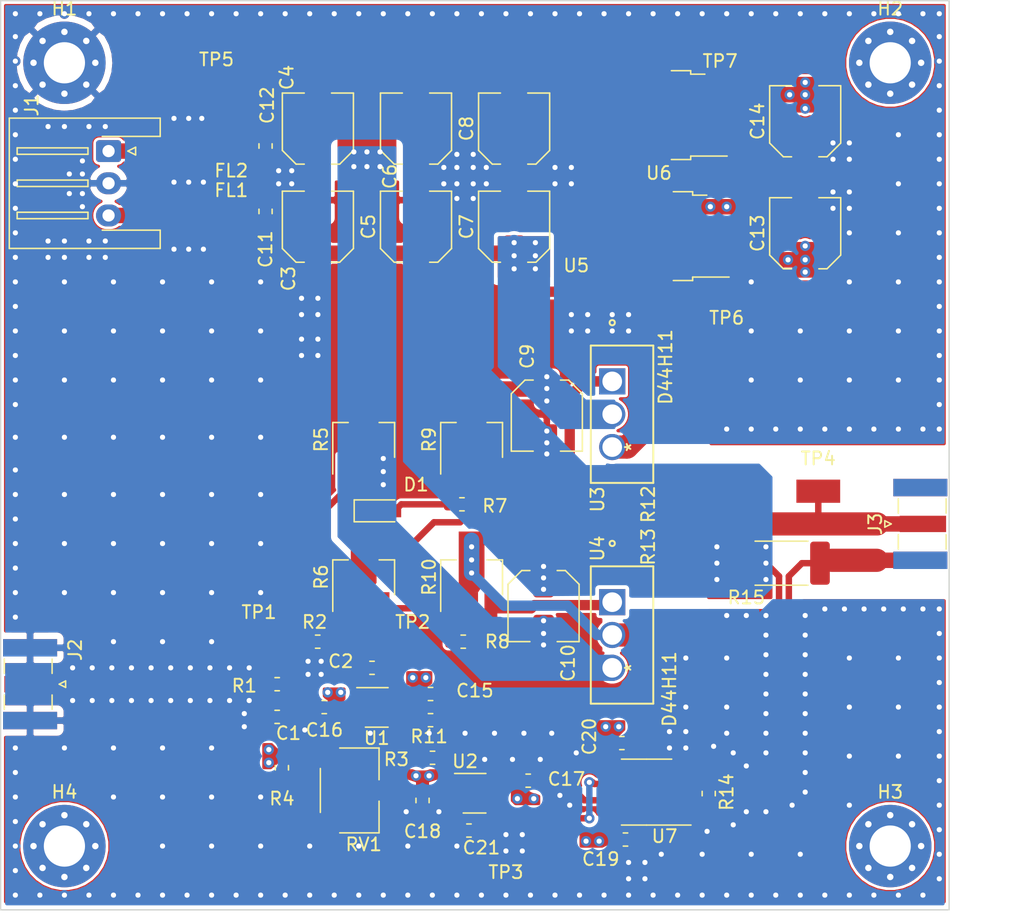
<source format=kicad_pcb>
(kicad_pcb (version 20171130) (host pcbnew "(5.1.5)-3")
  (layers (0 F.Cu signal hide) (1 In1.Cu signal) (2 In2.Cu signal) (31 B.Cu signal) (34 B.Paste user) (35 F.Paste user hide) (36 B.SilkS user) (37 F.SilkS user) (38 B.Mask user) (39 F.Mask user hide) (44 Edge.Cuts user))
  (net 0 "")
  (net 1 "Net-(C1-Pad2)")
  (net 2 GND)
  (net 3 "Net-(C2-Pad1)")
  (net 4 "Net-(C2-Pad2)")
  (net 5 +15V)
  (net 6 -15V)
  (net 7 +12VA)
  (net 8 -12VA)
  (net 9 "Net-(D1-Pad1)")
  (net 10 "Net-(D1-Pad2)")
  (net 11 "Net-(FL2-Pad1)")
  (net 12 "Net-(FL1-Pad1)")
  (net 13 "Net-(J2-Pad1)")
  (net 14 "Net-(J3-Pad2)")
  (net 15 "Net-(J3-Pad1)")
  (net 16 "Net-(R2-Pad1)")
  (net 17 "Net-(R3-Pad2)")
  (net 18 "Net-(R4-Pad1)")
  (net 19 "Net-(R10-Pad1)")
  (net 20 "Net-(R9-Pad3)")
  (net 21 "Net-(R10-Pad2)")
  (net 22 "Net-(R10-Pad3)")
  (net 23 "Net-(R11-Pad1)")
  (net 24 "Net-(R12-Pad1)")
  (net 25 "Net-(R14-Pad1)")
  (net 26 "Net-(R14-Pad2)")
  (net 27 "Net-(C21-Pad2)")
  (net 28 "Net-(TP3-Pad1)")
  (module MountingHole:MountingHole_3.2mm_M3_Pad_Via (layer F.Cu) (at 57.785 99.695)
    (fp_text reference H4 (at 0 -4.2) (layer F.SilkS))
    (fp_text value MountingHole)
    (pad 1 thru_hole circle (at 1.697056 -1.697056) (size 0.8 0.8) (drill 0.5) (layers *.Cu *.Mask))
    (pad 1 thru_hole circle (at 0 -2.4) (size 0.8 0.8) (drill 0.5) (layers *.Cu *.Mask))
    (pad 1 thru_hole circle (at -1.697056 -1.697056) (size 0.8 0.8) (drill 0.5) (layers *.Cu *.Mask))
    (pad 1 thru_hole circle (at -2.4 0) (size 0.8 0.8) (drill 0.5) (layers *.Cu *.Mask))
    (pad 1 thru_hole circle (at -1.697056 1.697056) (size 0.8 0.8) (drill 0.5) (layers *.Cu *.Mask))
    (pad 1 thru_hole circle (at 0 2.4) (size 0.8 0.8) (drill 0.5) (layers *.Cu *.Mask))
    (pad 1 thru_hole circle (at 1.697056 1.697056) (size 0.8 0.8) (drill 0.5) (layers *.Cu *.Mask))
    (pad 1 thru_hole circle (at 2.4 0) (size 0.8 0.8) (drill 0.5) (layers *.Cu *.Mask))
    (pad 1 thru_hole circle (at 0 0) (size 6.4 6.4) (drill 3.2) (layers *.Cu *.Mask))
  )
  (module MountingHole:MountingHole_3.2mm_M3_Pad_Via (layer F.Cu) (at 121.92 99.695)
    (fp_text reference H3 (at 0 -4.2) (layer F.SilkS))
    (fp_text value MountingHole)
    (pad 1 thru_hole circle (at 1.697056 -1.697056) (size 0.8 0.8) (drill 0.5) (layers *.Cu *.Mask))
    (pad 1 thru_hole circle (at 0 -2.4) (size 0.8 0.8) (drill 0.5) (layers *.Cu *.Mask))
    (pad 1 thru_hole circle (at -1.697056 -1.697056) (size 0.8 0.8) (drill 0.5) (layers *.Cu *.Mask))
    (pad 1 thru_hole circle (at -2.4 0) (size 0.8 0.8) (drill 0.5) (layers *.Cu *.Mask))
    (pad 1 thru_hole circle (at -1.697056 1.697056) (size 0.8 0.8) (drill 0.5) (layers *.Cu *.Mask))
    (pad 1 thru_hole circle (at 0 2.4) (size 0.8 0.8) (drill 0.5) (layers *.Cu *.Mask))
    (pad 1 thru_hole circle (at 1.697056 1.697056) (size 0.8 0.8) (drill 0.5) (layers *.Cu *.Mask))
    (pad 1 thru_hole circle (at 2.4 0) (size 0.8 0.8) (drill 0.5) (layers *.Cu *.Mask))
    (pad 1 thru_hole circle (at 0 0) (size 6.4 6.4) (drill 3.2) (layers *.Cu *.Mask))
  )
  (module MountingHole:MountingHole_3.2mm_M3_Pad_Via (layer F.Cu) (at 121.92 38.862)
    (fp_text reference H2 (at 0 -4.2) (layer F.SilkS))
    (fp_text value MountingHole)
    (pad 1 thru_hole circle (at 1.697056 -1.697056) (size 0.8 0.8) (drill 0.5) (layers *.Cu *.Mask))
    (pad 1 thru_hole circle (at 0 -2.4) (size 0.8 0.8) (drill 0.5) (layers *.Cu *.Mask))
    (pad 1 thru_hole circle (at -1.697056 -1.697056) (size 0.8 0.8) (drill 0.5) (layers *.Cu *.Mask))
    (pad 1 thru_hole circle (at -2.4 0) (size 0.8 0.8) (drill 0.5) (layers *.Cu *.Mask))
    (pad 1 thru_hole circle (at -1.697056 1.697056) (size 0.8 0.8) (drill 0.5) (layers *.Cu *.Mask))
    (pad 1 thru_hole circle (at 0 2.4) (size 0.8 0.8) (drill 0.5) (layers *.Cu *.Mask))
    (pad 1 thru_hole circle (at 1.697056 1.697056) (size 0.8 0.8) (drill 0.5) (layers *.Cu *.Mask))
    (pad 1 thru_hole circle (at 2.4 0) (size 0.8 0.8) (drill 0.5) (layers *.Cu *.Mask))
    (pad 1 thru_hole circle (at 0 0) (size 6.4 6.4) (drill 3.2) (layers *.Cu *.Mask))
  )
  (module MountingHole:MountingHole_3.2mm_M3_Pad_Via (layer F.Cu) (at 57.785 38.862)
    (fp_text reference H1 (at 0 -4.2) (layer F.SilkS))
    (fp_text value MountingHole_Pad)
    (pad 1 thru_hole circle (at 1.697056 -1.697056) (size 0.8 0.8) (drill 0.5) (layers *.Cu *.Mask) (net 2 GND))
    (pad 1 thru_hole circle (at 0 -2.4) (size 0.8 0.8) (drill 0.5) (layers *.Cu *.Mask) (net 2 GND))
    (pad 1 thru_hole circle (at -1.697056 -1.697056) (size 0.8 0.8) (drill 0.5) (layers *.Cu *.Mask) (net 2 GND))
    (pad 1 thru_hole circle (at -2.4 0) (size 0.8 0.8) (drill 0.5) (layers *.Cu *.Mask) (net 2 GND))
    (pad 1 thru_hole circle (at -1.697056 1.697056) (size 0.8 0.8) (drill 0.5) (layers *.Cu *.Mask) (net 2 GND))
    (pad 1 thru_hole circle (at 0 2.4) (size 0.8 0.8) (drill 0.5) (layers *.Cu *.Mask) (net 2 GND))
    (pad 1 thru_hole circle (at 1.697056 1.697056) (size 0.8 0.8) (drill 0.5) (layers *.Cu *.Mask) (net 2 GND))
    (pad 1 thru_hole circle (at 2.4 0) (size 0.8 0.8) (drill 0.5) (layers *.Cu *.Mask) (net 2 GND))
    (pad 1 thru_hole circle (at 0 0) (size 6.4 6.4) (drill 3.2) (layers *.Cu *.Mask) (net 2 GND))
  )
  (module Connector_Coaxial:SMA_Samtec_SMA-J-P-X-ST-EM1_EdgeMount (layer F.Cu) (at 55.118 87.122 270)
    (fp_text reference J2 (at -2.667 -3.5 90) (layer F.SilkS))
    (fp_text value Conn_Coaxial)
    (pad 1 smd rect (at 0 0.2 270) (size 1.27 3.6) (layers F.Cu F.Paste F.Mask) (net 13 "Net-(J2-Pad1)"))
    (pad 2 smd rect (at 2.825 0 270) (size 1.35 4.2) (layers F.Cu F.Paste F.Mask) (net 2 GND))
    (pad 2 smd rect (at -2.825 0 270) (size 1.35 4.2) (layers F.Cu F.Paste F.Mask) (net 2 GND))
    (pad 2 smd rect (at 2.825 0 270) (size 1.35 4.2) (layers B.Cu B.Paste B.Mask) (net 2 GND))
    (pad 2 smd rect (at -2.825 0 270) (size 1.35 4.2) (layers B.Cu B.Paste B.Mask) (net 2 GND))
  )
  (module Connector_JST:JST_XH_S3B-XH-A-1_1x03_P2.50mm_Horizontal (layer F.Cu) (at 61.214 45.72 270)
    (fp_text reference J1 (at -3.556 5.969 90) (layer F.SilkS))
    (fp_text value Conn_01x03)
    (pad 1 thru_hole roundrect (at 0 0 270) (size 1.7 1.95) (drill 0.95) (layers *.Cu *.Mask) (roundrect_rratio 0.147059) (net 11 "Net-(FL2-Pad1)"))
    (pad 2 thru_hole oval (at 2.5 0 270) (size 1.7 1.95) (drill 0.95) (layers *.Cu *.Mask) (net 2 GND))
    (pad 3 thru_hole oval (at 5 0 270) (size 1.7 1.95) (drill 0.95) (layers *.Cu *.Mask) (net 12 "Net-(FL1-Pad1)"))
  )
  (module Connector_Coaxial:SMA_Samtec_SMA-J-P-X-ST-EM1_EdgeMount (layer F.Cu) (at 124.26 74.676 90)
    (fp_text reference J3 (at 0 -3.5 90) (layer F.SilkS))
    (fp_text value Conn_Coaxial)
    (pad 1 smd rect (at 0 0.2 90) (size 1.27 3.6) (layers F.Cu F.Paste F.Mask) (net 15 "Net-(J3-Pad1)"))
    (pad 2 smd rect (at 2.825 0 90) (size 1.35 4.2) (layers F.Cu F.Paste F.Mask))
    (pad 2 smd rect (at -2.825 0 90) (size 1.35 4.2) (layers F.Cu F.Paste F.Mask) (net 14 "Net-(J3-Pad2)"))
    (pad 2 smd rect (at 2.825 0 90) (size 1.35 4.2) (layers B.Cu B.Paste B.Mask) (net 14 "Net-(J3-Pad2)"))
    (pad 2 smd rect (at -2.825 0 90) (size 1.35 4.2) (layers B.Cu B.Paste B.Mask) (net 14 "Net-(J3-Pad2)"))
  )
  (module GradientDriver:HK-1-G (layer F.Cu) (at 105.41 38.735)
    (fp_text reference TP7 (at 3.302 0) (layer F.SilkS))
    (fp_text value TestPoint)
    (pad 1 smd rect (at 0 0) (size 3.4 1.8) (layers F.Cu F.Paste F.Mask) (net 6 -15V))
  )
  (module GradientDriver:HK-1-G (layer F.Cu) (at 105.664 58.674)
    (fp_text reference TP6 (at 3.556 0) (layer F.SilkS))
    (fp_text value TestPoint)
    (pad 1 smd rect (at 0 0) (size 3.4 1.8) (layers F.Cu F.Paste F.Mask) (net 5 +15V))
  )
  (module GradientDriver:HK-1-G (layer F.Cu) (at 69.596 41.148)
    (fp_text reference TP5 (at 0 -2.54) (layer F.SilkS))
    (fp_text value TestPoint)
    (pad 1 smd rect (at 0 0) (size 3.4 1.8) (layers F.Cu F.Paste F.Mask) (net 2 GND))
  )
  (module GradientDriver:HK-1-G (layer F.Cu) (at 116.332 72.136)
    (fp_text reference TP4 (at 0 -2.54) (layer F.SilkS))
    (fp_text value TestPoint)
    (pad 1 smd rect (at 0 0) (size 3.4 1.8) (layers F.Cu F.Paste F.Mask) (net 15 "Net-(J3-Pad1)"))
  )
  (module GradientDriver:HK-1-G (layer F.Cu) (at 95.504 101.6)
    (fp_text reference TP3 (at -3.429 0.127) (layer F.SilkS))
    (fp_text value TestPoint)
    (pad 1 smd rect (at 0 0) (size 3.4 1.8) (layers F.Cu F.Paste F.Mask) (net 28 "Net-(TP3-Pad1)"))
  )
  (module GradientDriver:HK-1-G (layer F.Cu) (at 83.312 83.82)
    (fp_text reference TP2 (at 1.524 -1.524) (layer F.SilkS))
    (fp_text value TestPoint)
    (pad 1 smd rect (at 0 0) (size 3.4 1.8) (layers F.Cu F.Paste F.Mask) (net 4 "Net-(C2-Pad2)"))
  )
  (module GradientDriver:HK-1-G (layer F.Cu) (at 72.898 84.074)
    (fp_text reference TP1 (at 0 -2.54) (layer F.SilkS))
    (fp_text value TestPoint)
    (pad 1 smd rect (at 0 0) (size 3.4 1.8) (layers F.Cu F.Paste F.Mask) (net 1 "Net-(C1-Pad2)"))
  )
  (module GradientDriver:TLRH3APTTER100F (layer F.Cu) (at 105.41 80.812 270)
    (fp_text reference R13 (at -4.358 2.286 90) (layer F.SilkS))
    (fp_text value 0.1)
    (pad 2 smd rect (at 2.5 0 270) (size 1.8 3.2) (layers F.Cu F.Paste F.Mask) (net 21 "Net-(R10-Pad2)"))
    (pad 1 smd rect (at -2.5 0 270) (size 1.8 3.2) (layers F.Cu F.Paste F.Mask) (net 15 "Net-(J3-Pad1)"))
  )
  (module GradientDriver:TLRH3APTTER100F (layer F.Cu) (at 105.41 68.794 270)
    (fp_text reference R12 (at 4.358 2.286 90) (layer F.SilkS))
    (fp_text value 0.1)
    (pad 2 smd rect (at 2.5 0 270) (size 1.8 3.2) (layers F.Cu F.Paste F.Mask) (net 15 "Net-(J3-Pad1)"))
    (pad 1 smd rect (at -2.5 0 270) (size 1.8 3.2) (layers F.Cu F.Paste F.Mask) (net 24 "Net-(R12-Pad1)"))
  )
  (module Package_TO_SOT_SMD:TSOT-23-5 (layer F.Cu) (at 89.6385 95.5675)
    (fp_text reference U2 (at -0.7385 -2.45) (layer F.SilkS))
    (fp_text value AD8603)
    (pad 5 smd rect (at 1.31 -0.95) (size 1.22 0.65) (layers F.Cu F.Paste F.Mask) (net 7 +12VA))
    (pad 4 smd rect (at 1.31 0.95) (size 1.22 0.65) (layers F.Cu F.Paste F.Mask) (net 28 "Net-(TP3-Pad1)"))
    (pad 3 smd rect (at -1.31 0.95) (size 1.22 0.65) (layers F.Cu F.Paste F.Mask) (net 27 "Net-(C21-Pad2)"))
    (pad 2 smd rect (at -1.31 0) (size 1.22 0.65) (layers F.Cu F.Paste F.Mask) (net 8 -12VA))
    (pad 1 smd rect (at -1.31 -0.95) (size 1.22 0.65) (layers F.Cu F.Paste F.Mask) (net 28 "Net-(TP3-Pad1)"))
  )
  (module Diode_SMD:D_SOD-323_HandSoldering (layer F.Cu) (at 82.189 73.66)
    (fp_text reference D1 (at 2.901 -2.032) (layer F.SilkS))
    (fp_text value 1N4148)
    (pad 2 smd rect (at 1.25 0) (size 1 1) (layers F.Cu F.Paste F.Mask) (net 10 "Net-(D1-Pad2)"))
    (pad 1 smd rect (at -1.25 0) (size 1 1) (layers F.Cu F.Paste F.Mask) (net 9 "Net-(D1-Pad1)"))
  )
  (module Potentiometer_SMD:Potentiometer_Bourns_3269W_Vertical (layer F.Cu) (at 79.9465 95.375 90)
    (fp_text reference RV1 (at -4.193 1.0795 180) (layer F.SilkS))
    (fp_text value R_POT_TRIM)
    (pad 1 smd rect (at 2.54 -2.415 90) (size 1.19 2.79) (layers F.Cu F.Paste F.Mask) (net 17 "Net-(R3-Pad2)"))
    (pad 2 smd rect (at 0 2.415 90) (size 1.19 2.79) (layers F.Cu F.Paste F.Mask) (net 27 "Net-(C21-Pad2)"))
    (pad 3 smd rect (at -2.54 -2.415 90) (size 1.19 2.79) (layers F.Cu F.Paste F.Mask) (net 18 "Net-(R4-Pad1)"))
  )
  (module Resistor_SMD:R_2512_6332Metric_Pad1.52x3.35mm_HandSolder (layer F.Cu) (at 113.4775 77.724 180)
    (fp_text reference R15 (at 2.7335 -2.667) (layer F.SilkS))
    (fp_text value 0.01)
    (pad 2 smd roundrect (at 2.9875 0 180) (size 1.525 3.35) (layers F.Cu F.Paste F.Mask) (roundrect_rratio 0.163934) (net 2 GND))
    (pad 1 smd roundrect (at -2.9875 0 180) (size 1.525 3.35) (layers F.Cu F.Paste F.Mask) (roundrect_rratio 0.163934) (net 14 "Net-(J3-Pad2)"))
  )
  (module Package_TO_SOT_SMD:SOT-89-3_Handsoldering (layer F.Cu) (at 89.408 79.248 90)
    (fp_text reference R10 (at 0.45 -3.3 90) (layer F.SilkS))
    (fp_text value 2SAR544P5T100)
    (pad 2 smd trapezoid (at -0.37 0 180) (size 1.5 0.75) (rect_delta 0 0.5) (layers F.Cu F.Paste F.Mask) (net 21 "Net-(R10-Pad2)"))
    (pad 2 smd rect (at 1.98 0) (size 2 4) (layers F.Cu F.Paste F.Mask) (net 21 "Net-(R10-Pad2)"))
    (pad 3 smd rect (at -1.98 1.5) (size 1 2.5) (layers F.Cu F.Paste F.Mask) (net 22 "Net-(R10-Pad3)"))
    (pad 2 smd rect (at -1.98 0) (size 1 2.5) (layers F.Cu F.Paste F.Mask) (net 21 "Net-(R10-Pad2)"))
    (pad 1 smd rect (at -1.98 -1.5) (size 1 2.5) (layers F.Cu F.Paste F.Mask) (net 19 "Net-(R10-Pad1)"))
  )
  (module Package_TO_SOT_SMD:SOT-89-3_Handsoldering (layer F.Cu) (at 89.408 68.58 90)
    (fp_text reference R9 (at 0.45 -3.3 90) (layer F.SilkS))
    (fp_text value 2SCR544P5T100)
    (pad 2 smd trapezoid (at -0.37 0 180) (size 1.5 0.75) (rect_delta 0 0.5) (layers F.Cu F.Paste F.Mask) (net 5 +15V))
    (pad 2 smd rect (at 1.98 0) (size 2 4) (layers F.Cu F.Paste F.Mask) (net 5 +15V))
    (pad 3 smd rect (at -1.98 1.5) (size 1 2.5) (layers F.Cu F.Paste F.Mask) (net 20 "Net-(R9-Pad3)"))
    (pad 2 smd rect (at -1.98 0) (size 1 2.5) (layers F.Cu F.Paste F.Mask) (net 5 +15V))
    (pad 1 smd rect (at -1.98 -1.5) (size 1 2.5) (layers F.Cu F.Paste F.Mask) (net 10 "Net-(D1-Pad2)"))
  )
  (module Package_TO_SOT_SMD:SOT-89-3_Handsoldering (layer F.Cu) (at 81.026 79.248 90)
    (fp_text reference R6 (at 0.45 -3.3 90) (layer F.SilkS))
    (fp_text value 2SCR544P5T100)
    (pad 2 smd trapezoid (at -0.37 0 180) (size 1.5 0.75) (rect_delta 0 0.5) (layers F.Cu F.Paste F.Mask) (net 5 +15V))
    (pad 2 smd rect (at 1.98 0) (size 2 4) (layers F.Cu F.Paste F.Mask) (net 5 +15V))
    (pad 3 smd rect (at -1.98 1.5) (size 1 2.5) (layers F.Cu F.Paste F.Mask) (net 19 "Net-(R10-Pad1)"))
    (pad 2 smd rect (at -1.98 0) (size 1 2.5) (layers F.Cu F.Paste F.Mask) (net 5 +15V))
    (pad 1 smd rect (at -1.98 -1.5) (size 1 2.5) (layers F.Cu F.Paste F.Mask) (net 16 "Net-(R2-Pad1)"))
  )
  (module Package_TO_SOT_SMD:SOT-89-3_Handsoldering (layer F.Cu) (at 81.026 68.58 90)
    (fp_text reference R5 (at 0.45 -3.3 90) (layer F.SilkS))
    (fp_text value 2SAR544P5T100)
    (pad 2 smd trapezoid (at -0.37 0 180) (size 1.5 0.75) (rect_delta 0 0.5) (layers F.Cu F.Paste F.Mask) (net 9 "Net-(D1-Pad1)"))
    (pad 2 smd rect (at 1.98 0) (size 2 4) (layers F.Cu F.Paste F.Mask) (net 9 "Net-(D1-Pad1)"))
    (pad 3 smd rect (at -1.98 1.5) (size 1 2.5) (layers F.Cu F.Paste F.Mask) (net 6 -15V))
    (pad 2 smd rect (at -1.98 0) (size 1 2.5) (layers F.Cu F.Paste F.Mask) (net 9 "Net-(D1-Pad1)"))
    (pad 1 smd rect (at -1.98 -1.5) (size 1 2.5) (layers F.Cu F.Paste F.Mask) (net 16 "Net-(R2-Pad1)"))
  )
  (module Capacitor_SMD:C_Elec_5x5.8 (layer F.Cu) (at 94.996 81.0565 270)
    (fp_text reference C10 (at 4.4145 -1.905 90) (layer F.SilkS))
    (fp_text value 10u)
    (pad 1 smd roundrect (at -2.0625 0 270) (size 2.775 1.6) (layers F.Cu F.Paste F.Mask) (roundrect_rratio 0.15625) (net 2 GND))
    (pad 2 smd roundrect (at 2.0625 0 270) (size 2.775 1.6) (layers F.Cu F.Paste F.Mask) (roundrect_rratio 0.15625) (net 6 -15V))
  )
  (module Capacitor_SMD:C_0603_1608Metric_Pad1.05x0.95mm_HandSolder (layer F.Cu) (at 101.36 99.187)
    (fp_text reference C19 (at -1.919 1.524) (layer F.SilkS))
    (fp_text value 1u)
    (pad 2 smd roundrect (at 0.875 0) (size 1.05 0.95) (layers F.Cu F.Paste F.Mask) (net 2 GND))
    (pad 1 smd roundrect (at -0.875 0) (size 1.05 0.95) (layers F.Cu F.Paste F.Mask) (net 7 +12VA))
  )
  (module Capacitor_SMD:C_0603_1608Metric_Pad1.05x0.95mm_HandSolder (layer F.Cu) (at 101.078 91.694 180)
    (fp_text reference C20 (at 2.526 0.508 90) (layer F.SilkS))
    (fp_text value 1u)
    (pad 1 smd roundrect (at -0.875 0 180) (size 1.05 0.95) (layers F.Cu F.Paste F.Mask) (net 2 GND))
    (pad 2 smd roundrect (at 0.875 0 180) (size 1.05 0.95) (layers F.Cu F.Paste F.Mask) (net 8 -12VA))
  )
  (module Resistor_SMD:R_0603_1608Metric_Pad1.05x0.95mm_HandSolder (layer F.Cu) (at 107.823 95.617 90)
    (fp_text reference R14 (at 0.113 1.397 270) (layer F.SilkS))
    (fp_text value 100)
    (pad 1 smd roundrect (at -0.875 0 90) (size 1.05 0.95) (layers F.Cu F.Paste F.Mask) (net 25 "Net-(R14-Pad1)"))
    (pad 2 smd roundrect (at 0.875 0 90) (size 1.05 0.95) (layers F.Cu F.Paste F.Mask) (net 26 "Net-(R14-Pad2)"))
  )
  (module Package_SO:SOIC-8-1EP_3.9x4.9mm_P1.27mm_EP2.29x3mm (layer F.Cu) (at 102.997 95.504 180)
    (fp_text reference U7 (at -1.397 -3.429) (layer F.SilkS))
    (fp_text value AD8421BRZ)
    (pad 9 smd roundrect (at 0 0 180) (size 2.29 3) (layers F.Cu F.Mask) (roundrect_rratio 0.10917))
    (pad 1 smd roundrect (at -2.475 -1.905 180) (size 1.95 0.6) (layers F.Cu F.Paste F.Mask) (net 14 "Net-(J3-Pad2)"))
    (pad 2 smd roundrect (at -2.475 -0.635 180) (size 1.95 0.6) (layers F.Cu F.Paste F.Mask) (net 25 "Net-(R14-Pad1)"))
    (pad 3 smd roundrect (at -2.475 0.635 180) (size 1.95 0.6) (layers F.Cu F.Paste F.Mask) (net 26 "Net-(R14-Pad2)"))
    (pad 4 smd roundrect (at -2.475 1.905 180) (size 1.95 0.6) (layers F.Cu F.Paste F.Mask) (net 2 GND))
    (pad 5 smd roundrect (at 2.475 1.905 180) (size 1.95 0.6) (layers F.Cu F.Paste F.Mask) (net 8 -12VA))
    (pad 6 smd roundrect (at 2.475 0.635 180) (size 1.95 0.6) (layers F.Cu F.Paste F.Mask) (net 28 "Net-(TP3-Pad1)"))
    (pad 7 smd roundrect (at 2.475 -0.635 180) (size 1.95 0.6) (layers F.Cu F.Paste F.Mask) (net 23 "Net-(R11-Pad1)"))
    (pad 8 smd roundrect (at 2.475 -1.905 180) (size 1.95 0.6) (layers F.Cu F.Paste F.Mask) (net 7 +12VA))
  )
  (module Capacitor_SMD:C_0603_1608Metric_Pad1.05x0.95mm_HandSolder (layer F.Cu) (at 89.2035 98.4885 180)
    (fp_text reference C21 (at -0.9665 -1.3335) (layer F.SilkS))
    (fp_text value 2.2n)
    (pad 2 smd roundrect (at 0.875 0 180) (size 1.05 0.95) (layers F.Cu F.Paste F.Mask) (net 27 "Net-(C21-Pad2)"))
    (pad 1 smd roundrect (at -0.875 0 180) (size 1.05 0.95) (layers F.Cu F.Paste F.Mask) (net 2 GND))
  )
  (module GradientDriver:EMI_Filter_2606 (layer F.Cu) (at 67.412 45.72)
    (fp_text reference FL2 (at 3.327 1.524) (layer F.SilkS))
    (fp_text value EMI_Filter_LCL)
    (pad 1 smd rect (at -3.2 0) (size 2 1.6) (layers F.Cu F.Paste F.Mask) (net 11 "Net-(FL2-Pad1)"))
    (pad 3 smd rect (at 3.2 0) (size 2 1.6) (layers F.Cu F.Paste F.Mask) (net 6 -15V))
    (pad 2 smd rect (at 0 0) (size 2 2.6) (layers F.Cu F.Paste F.Mask) (net 2 GND))
  )
  (module GradientDriver:EMI_Filter_2606 (layer F.Cu) (at 67.462 50.546)
    (fp_text reference FL1 (at 3.277 -1.778) (layer F.SilkS))
    (fp_text value EMI_Filter_LCL)
    (pad 1 smd rect (at -3.2 0) (size 2 1.6) (layers F.Cu F.Paste F.Mask) (net 12 "Net-(FL1-Pad1)"))
    (pad 3 smd rect (at 3.2 0) (size 2 1.6) (layers F.Cu F.Paste F.Mask) (net 5 +15V))
    (pad 2 smd rect (at 0 0) (size 2 2.6) (layers F.Cu F.Paste F.Mask) (net 2 GND))
  )
  (module Capacitor_SMD:C_0603_1608Metric_Pad1.05x0.95mm_HandSolder (layer F.Cu) (at 74.309 89.662)
    (fp_text reference C1 (at 0.875 1.27) (layer F.SilkS))
    (fp_text value 22n)
    (pad 2 smd roundrect (at 0.875 0) (size 1.05 0.95) (layers F.Cu F.Paste F.Mask) (net 1 "Net-(C1-Pad2)"))
    (pad 1 smd roundrect (at -0.875 0) (size 1.05 0.95) (layers F.Cu F.Paste F.Mask) (net 2 GND))
  )
  (module Capacitor_SMD:C_0603_1608Metric_Pad1.05x0.95mm_HandSolder (layer F.Cu) (at 81.675 85.852)
    (fp_text reference C2 (at -2.427 -0.508) (layer F.SilkS))
    (fp_text value 2.2n)
    (pad 1 smd roundrect (at -0.875 0) (size 1.05 0.95) (layers F.Cu F.Paste F.Mask) (net 3 "Net-(C2-Pad1)"))
    (pad 2 smd roundrect (at 0.875 0) (size 1.05 0.95) (layers F.Cu F.Paste F.Mask) (net 4 "Net-(C2-Pad2)"))
  )
  (module Capacitor_SMD:C_Elec_5x5.8 (layer F.Cu) (at 77.47 51.5925 90)
    (fp_text reference C3 (at -4.0335 -2.286 90) (layer F.SilkS))
    (fp_text value 10u)
    (pad 1 smd roundrect (at -2.0625 0 90) (size 2.775 1.6) (layers F.Cu F.Paste F.Mask) (roundrect_rratio 0.15625) (net 5 +15V))
    (pad 2 smd roundrect (at 2.0625 0 90) (size 2.775 1.6) (layers F.Cu F.Paste F.Mask) (roundrect_rratio 0.15625) (net 2 GND))
  )
  (module Capacitor_SMD:C_Elec_5x5.8 (layer F.Cu) (at 77.47 43.9725 90)
    (fp_text reference C4 (at 3.9675 -2.413 90) (layer F.SilkS))
    (fp_text value 10u)
    (pad 2 smd roundrect (at 2.0625 0 90) (size 2.775 1.6) (layers F.Cu F.Paste F.Mask) (roundrect_rratio 0.15625) (net 6 -15V))
    (pad 1 smd roundrect (at -2.0625 0 90) (size 2.775 1.6) (layers F.Cu F.Paste F.Mask) (roundrect_rratio 0.15625) (net 2 GND))
  )
  (module Capacitor_SMD:C_Elec_5x5.8 (layer F.Cu) (at 85.09 51.5925 90)
    (fp_text reference C5 (at 0 -3.7 90) (layer F.SilkS))
    (fp_text value 10u)
    (pad 2 smd roundrect (at 2.0625 0 90) (size 2.775 1.6) (layers F.Cu F.Paste F.Mask) (roundrect_rratio 0.15625) (net 2 GND))
    (pad 1 smd roundrect (at -2.0625 0 90) (size 2.775 1.6) (layers F.Cu F.Paste F.Mask) (roundrect_rratio 0.15625) (net 5 +15V))
  )
  (module Capacitor_SMD:C_Elec_5x5.8 (layer F.Cu) (at 85.09 43.9725 90)
    (fp_text reference C6 (at -3.716 -2.032 90) (layer F.SilkS))
    (fp_text value 10u)
    (pad 1 smd roundrect (at -2.0625 0 90) (size 2.775 1.6) (layers F.Cu F.Paste F.Mask) (roundrect_rratio 0.15625) (net 2 GND))
    (pad 2 smd roundrect (at 2.0625 0 90) (size 2.775 1.6) (layers F.Cu F.Paste F.Mask) (roundrect_rratio 0.15625) (net 6 -15V))
  )
  (module Capacitor_SMD:C_Elec_5x5.8 (layer F.Cu) (at 92.71 51.5925 90)
    (fp_text reference C7 (at 0 -3.7 90) (layer F.SilkS))
    (fp_text value 10u)
    (pad 2 smd roundrect (at 2.0625 0 90) (size 2.775 1.6) (layers F.Cu F.Paste F.Mask) (roundrect_rratio 0.15625) (net 2 GND))
    (pad 1 smd roundrect (at -2.0625 0 90) (size 2.775 1.6) (layers F.Cu F.Paste F.Mask) (roundrect_rratio 0.15625) (net 5 +15V))
  )
  (module Capacitor_SMD:C_Elec_5x5.8 (layer F.Cu) (at 92.71 43.9725 90)
    (fp_text reference C8 (at 0 -3.7 90) (layer F.SilkS))
    (fp_text value 10u)
    (pad 1 smd roundrect (at -2.0625 0 90) (size 2.775 1.6) (layers F.Cu F.Paste F.Mask) (roundrect_rratio 0.15625) (net 2 GND))
    (pad 2 smd roundrect (at 2.0625 0 90) (size 2.775 1.6) (layers F.Cu F.Paste F.Mask) (roundrect_rratio 0.15625) (net 6 -15V))
  )
  (module Capacitor_SMD:C_Elec_5x5.8 (layer F.Cu) (at 95.25 66.2635 270)
    (fp_text reference C9 (at -4.6025 1.524 90) (layer F.SilkS))
    (fp_text value 10u)
    (pad 2 smd roundrect (at 2.0625 0 270) (size 2.775 1.6) (layers F.Cu F.Paste F.Mask) (roundrect_rratio 0.15625) (net 2 GND))
    (pad 1 smd roundrect (at -2.0625 0 270) (size 2.775 1.6) (layers F.Cu F.Paste F.Mask) (roundrect_rratio 0.15625) (net 5 +15V))
  )
  (module Capacitor_SMD:C_0603_1608Metric_Pad1.05x0.95mm_HandSolder (layer F.Cu) (at 73.406 50.405 90)
    (fp_text reference C11 (at -2.935 0 90) (layer F.SilkS))
    (fp_text value 1u)
    (pad 1 smd roundrect (at -0.875 0 90) (size 1.05 0.95) (layers F.Cu F.Paste F.Mask) (net 5 +15V))
    (pad 2 smd roundrect (at 0.875 0 90) (size 1.05 0.95) (layers F.Cu F.Paste F.Mask) (net 2 GND))
  )
  (module Capacitor_SMD:C_0603_1608Metric_Pad1.05x0.95mm_HandSolder (layer F.Cu) (at 73.406 45.325 90)
    (fp_text reference C12 (at 3.161 0.127 90) (layer F.SilkS))
    (fp_text value 1u)
    (pad 2 smd roundrect (at 0.875 0 90) (size 1.05 0.95) (layers F.Cu F.Paste F.Mask) (net 6 -15V))
    (pad 1 smd roundrect (at -0.875 0 90) (size 1.05 0.95) (layers F.Cu F.Paste F.Mask) (net 2 GND))
  )
  (module Capacitor_SMD:C_Elec_5x5.8 (layer F.Cu) (at 115.316 52.1005 90)
    (fp_text reference C13 (at 0 -3.7 90) (layer F.SilkS))
    (fp_text value 10u)
    (pad 1 smd roundrect (at -2.0625 0 90) (size 2.775 1.6) (layers F.Cu F.Paste F.Mask) (roundrect_rratio 0.15625) (net 7 +12VA))
    (pad 2 smd roundrect (at 2.0625 0 90) (size 2.775 1.6) (layers F.Cu F.Paste F.Mask) (roundrect_rratio 0.15625) (net 2 GND))
  )
  (module Capacitor_SMD:C_Elec_5x5.8 (layer F.Cu) (at 115.316 43.4035 90)
    (fp_text reference C14 (at 0 -3.7 90) (layer F.SilkS))
    (fp_text value 10u)
    (pad 2 smd roundrect (at 2.0625 0 90) (size 2.775 1.6) (layers F.Cu F.Paste F.Mask) (roundrect_rratio 0.15625) (net 8 -12VA))
    (pad 1 smd roundrect (at -2.0625 0 90) (size 2.775 1.6) (layers F.Cu F.Paste F.Mask) (roundrect_rratio 0.15625) (net 2 GND))
  )
  (module Capacitor_SMD:C_0603_1608Metric_Pad1.05x0.95mm_HandSolder (layer F.Cu) (at 86.219 87.884)
    (fp_text reference C15 (at 3.443 -0.254) (layer F.SilkS))
    (fp_text value 1u)
    (pad 1 smd roundrect (at -0.875 0) (size 1.05 0.95) (layers F.Cu F.Paste F.Mask) (net 7 +12VA))
    (pad 2 smd roundrect (at 0.875 0) (size 1.05 0.95) (layers F.Cu F.Paste F.Mask) (net 2 GND))
  )
  (module Capacitor_SMD:C_0603_1608Metric_Pad1.05x0.95mm_HandSolder (layer F.Cu) (at 77.964 88.9)
    (fp_text reference C16 (at 0.014 1.778) (layer F.SilkS))
    (fp_text value 1u)
    (pad 2 smd roundrect (at 0.875 0) (size 1.05 0.95) (layers F.Cu F.Paste F.Mask) (net 8 -12VA))
    (pad 1 smd roundrect (at -0.875 0) (size 1.05 0.95) (layers F.Cu F.Paste F.Mask) (net 2 GND))
  )
  (module Capacitor_SMD:C_0603_1608Metric_Pad1.05x0.95mm_HandSolder (layer F.Cu) (at 93.8035 94.615)
    (fp_text reference C17 (at 2.9705 -0.127) (layer F.SilkS))
    (fp_text value 1u)
    (pad 2 smd roundrect (at 0.875 0) (size 1.05 0.95) (layers F.Cu F.Paste F.Mask) (net 2 GND))
    (pad 1 smd roundrect (at -0.875 0) (size 1.05 0.95) (layers F.Cu F.Paste F.Mask) (net 7 +12VA))
  )
  (module Capacitor_SMD:C_0603_1608Metric_Pad1.05x0.95mm_HandSolder (layer F.Cu) (at 85.598 96.153 90)
    (fp_text reference C18 (at -2.399 0 180) (layer F.SilkS))
    (fp_text value 1u)
    (pad 1 smd roundrect (at -0.875 0 90) (size 1.05 0.95) (layers F.Cu F.Paste F.Mask) (net 2 GND))
    (pad 2 smd roundrect (at 0.875 0 90) (size 1.05 0.95) (layers F.Cu F.Paste F.Mask) (net 8 -12VA))
  )
  (module Resistor_SMD:R_0603_1608Metric_Pad1.05x0.95mm_HandSolder (layer F.Cu) (at 74.309 87.122 180)
    (fp_text reference R1 (at 2.554 -0.127) (layer F.SilkS))
    (fp_text value 1k)
    (pad 1 smd roundrect (at -0.875 0 180) (size 1.05 0.95) (layers F.Cu F.Paste F.Mask) (net 1 "Net-(C1-Pad2)"))
    (pad 2 smd roundrect (at 0.875 0 180) (size 1.05 0.95) (layers F.Cu F.Paste F.Mask) (net 13 "Net-(J2-Pad1)"))
  )
  (module Resistor_SMD:R_0603_1608Metric_Pad1.05x0.95mm_HandSolder (layer F.Cu) (at 77.456 83.82)
    (fp_text reference R2 (at -0.24 -1.524) (layer F.SilkS))
    (fp_text value 100)
    (pad 1 smd roundrect (at -0.875 0) (size 1.05 0.95) (layers F.Cu F.Paste F.Mask) (net 16 "Net-(R2-Pad1)"))
    (pad 2 smd roundrect (at 0.875 0) (size 1.05 0.95) (layers F.Cu F.Paste F.Mask) (net 3 "Net-(C2-Pad1)"))
  )
  (module Resistor_SMD:R_0603_1608Metric_Pad1.05x0.95mm_HandSolder (layer F.Cu) (at 86.374 92.837 180)
    (fp_text reference R3 (at 2.808 -0.127) (layer F.SilkS))
    (fp_text value 1k)
    (pad 2 smd roundrect (at 0.875 0 180) (size 1.05 0.95) (layers F.Cu F.Paste F.Mask) (net 17 "Net-(R3-Pad2)"))
    (pad 1 smd roundrect (at -0.875 0 180) (size 1.05 0.95) (layers F.Cu F.Paste F.Mask) (net 7 +12VA))
  )
  (module Resistor_SMD:R_0603_1608Metric_Pad1.05x0.95mm_HandSolder (layer F.Cu) (at 74.676 93.613 90)
    (fp_text reference R4 (at -2.399 0 180) (layer F.SilkS))
    (fp_text value 1k)
    (pad 1 smd roundrect (at -0.875 0 90) (size 1.05 0.95) (layers F.Cu F.Paste F.Mask) (net 18 "Net-(R4-Pad1)"))
    (pad 2 smd roundrect (at 0.875 0 90) (size 1.05 0.95) (layers F.Cu F.Paste F.Mask) (net 8 -12VA))
  )
  (module Resistor_SMD:R_0603_1608Metric_Pad1.05x0.95mm_HandSolder (layer F.Cu) (at 88.66 73.152 180)
    (fp_text reference R7 (at -2.554 -0.127) (layer F.SilkS))
    (fp_text value 1k)
    (pad 1 smd roundrect (at -0.875 0 180) (size 1.05 0.95) (layers F.Cu F.Paste F.Mask) (net 5 +15V))
    (pad 2 smd roundrect (at 0.875 0 180) (size 1.05 0.95) (layers F.Cu F.Paste F.Mask) (net 10 "Net-(D1-Pad2)"))
  )
  (module Resistor_SMD:R_0603_1608Metric_Pad1.05x0.95mm_HandSolder (layer F.Cu) (at 88.759 83.82)
    (fp_text reference R8 (at 2.653 0) (layer F.SilkS))
    (fp_text value 1k)
    (pad 2 smd roundrect (at 0.875 0) (size 1.05 0.95) (layers F.Cu F.Paste F.Mask) (net 6 -15V))
    (pad 1 smd roundrect (at -0.875 0) (size 1.05 0.95) (layers F.Cu F.Paste F.Mask) (net 19 "Net-(R10-Pad1)"))
  )
  (module Resistor_SMD:R_0603_1608Metric_Pad1.05x0.95mm_HandSolder (layer F.Cu) (at 86.219 89.916 180)
    (fp_text reference R11 (at 0.113 -1.27) (layer F.SilkS))
    (fp_text value 5k)
    (pad 2 smd roundrect (at 0.875 0 180) (size 1.05 0.95) (layers F.Cu F.Paste F.Mask) (net 4 "Net-(C2-Pad2)"))
    (pad 1 smd roundrect (at -0.875 0 180) (size 1.05 0.95) (layers F.Cu F.Paste F.Mask) (net 23 "Net-(R11-Pad1)"))
  )
  (module Package_TO_SOT_SMD:TSOT-23-5 (layer F.Cu) (at 82.042 88.9)
    (fp_text reference U1 (at 0 2.413) (layer F.SilkS))
    (fp_text value AD8603)
    (pad 1 smd rect (at -1.31 -0.95) (size 1.22 0.65) (layers F.Cu F.Paste F.Mask) (net 3 "Net-(C2-Pad1)"))
    (pad 2 smd rect (at -1.31 0) (size 1.22 0.65) (layers F.Cu F.Paste F.Mask) (net 8 -12VA))
    (pad 3 smd rect (at -1.31 0.95) (size 1.22 0.65) (layers F.Cu F.Paste F.Mask) (net 1 "Net-(C1-Pad2)"))
    (pad 4 smd rect (at 1.31 0.95) (size 1.22 0.65) (layers F.Cu F.Paste F.Mask) (net 4 "Net-(C2-Pad2)"))
    (pad 5 smd rect (at 1.31 -0.95) (size 1.22 0.65) (layers F.Cu F.Paste F.Mask) (net 7 +12VA))
  )
  (module D44H11:D44H11 (layer F.Cu) (at 101.854 68.707 270)
    (fp_text reference U3 (at 4.064 2.667 90) (layer F.SilkS))
    (fp_text value D44H11 (at -6.223 -2.6162 90) (layer F.SilkS))
    (fp_text user * (at 0 0 90) (layer F.SilkS))
    (pad 3 thru_hole circle (at 0 1.524 270) (size 2.032 2.032) (drill 1.524) (layers *.Cu *.Mask) (net 24 "Net-(R12-Pad1)"))
    (pad 2 thru_hole circle (at -2.55 1.524 270) (size 2.032 2.032) (drill 1.524) (layers *.Cu *.Mask) (net 5 +15V))
    (pad 1 thru_hole rect (at -5.1 1.524 270) (size 2.032 2.032) (drill 1.524) (layers *.Cu *.Mask) (net 20 "Net-(R9-Pad3)"))
  )
  (module D44H11:D44H11 (layer F.Cu) (at 101.854 85.852 270)
    (fp_text reference U4 (at -9.271 2.667 90) (layer F.SilkS))
    (fp_text value D44H11 (at 1.651 -2.921 90) (layer F.SilkS))
    (fp_text user * (at 0 0 90) (layer F.SilkS))
    (pad 1 thru_hole rect (at -5.1 1.524 270) (size 2.032 2.032) (drill 1.524) (layers *.Cu *.Mask) (net 22 "Net-(R10-Pad3)"))
    (pad 2 thru_hole circle (at -2.55 1.524 270) (size 2.032 2.032) (drill 1.524) (layers *.Cu *.Mask) (net 21 "Net-(R10-Pad2)"))
    (pad 3 thru_hole circle (at 0 1.524 270) (size 2.032 2.032) (drill 1.524) (layers *.Cu *.Mask) (net 6 -15V))
  )
  (module Package_TO_SOT_SMD:TO-252-3_TabPin4 (layer F.Cu) (at 104.105 52.324 180)
    (fp_text reference U5 (at 6.569 -2.286) (layer F.SilkS))
    (fp_text value L7812)
    (pad 4 smd rect (at 2.1 0 180) (size 6.4 5.8) (layers F.Cu F.Mask) (net 2 GND))
    (pad 3 smd rect (at -4.2 2.28 180) (size 2.2 1.2) (layers F.Cu F.Paste F.Mask) (net 7 +12VA))
    (pad 2 smd rect (at -4.2 0 180) (size 2.2 1.2) (layers F.Cu F.Paste F.Mask) (net 2 GND))
    (pad 1 smd rect (at -4.2 -2.28 180) (size 2.2 1.2) (layers F.Cu F.Paste F.Mask) (net 5 +15V))
  )
  (module Package_TO_SOT_SMD:TO-252-3_TabPin4 (layer F.Cu) (at 103.954 42.926 180)
    (fp_text reference U6 (at 0 -4.5) (layer F.SilkS))
    (fp_text value L7912)
    (pad 1 smd rect (at -4.2 -2.28 180) (size 2.2 1.2) (layers F.Cu F.Paste F.Mask) (net 2 GND))
    (pad 2 smd rect (at -4.2 0 180) (size 2.2 1.2) (layers F.Cu F.Paste F.Mask) (net 6 -15V))
    (pad 3 smd rect (at -4.2 2.28 180) (size 2.2 1.2) (layers F.Cu F.Paste F.Mask) (net 8 -12VA))
    (pad 4 smd rect (at 2.1 0 180) (size 6.4 5.8) (layers F.Cu F.Mask) (net 6 -15V))
  )
  (gr_poly (pts (xy 126.492 104.648) (xy 52.832 104.648) (xy 52.832 34.036) (xy 126.492 34.036)) (layer Edge.Cuts) (width 0.1))
  (segment (start 93.218 68.2625) (end 93.599 68.2625) (width 1.2) (layer F.Cu) (net 0))
  (segment (start 93.64999 68.31349) (end 93.599 68.2625) (width 1.2) (layer F.Cu) (net 0))
  (via (at 94.996 79.756) (size 0.8) (drill 0.4) (layers F.Cu B.Cu) (net 2))
  (via (at 94.996 82.1944) (size 0.8) (drill 0.4) (layers F.Cu B.Cu) (net 6))
  (via (at 95.25 63.246) (size 0.8) (drill 0.4) (layers F.Cu B.Cu) (net 5))
  (via (at 95.25 64.1604) (size 0.8) (drill 0.4) (layers F.Cu B.Cu) (net 5))
  (via (at 95.25 65.1256) (size 0.8) (drill 0.4) (layers F.Cu B.Cu) (net 5))
  (via (at 95.25 69.2404) (size 0.8) (drill 0.4) (layers F.Cu B.Cu) (net 2))
  (via (at 94.996 77.978) (size 0.8) (drill 0.4) (layers F.Cu B.Cu) (net 2))
  (segment (start 75.372 89.85) (end 75.184 89.662) (width 0.25) (layer F.Cu) (net 1))
  (segment (start 80.732 89.85) (end 75.372 89.85) (width 0.25) (layer F.Cu) (net 1))
  (segment (start 75.184 87.122) (end 75.184 89.662) (width 0.25) (layer F.Cu) (net 1))
  (segment (start 72.898 84.074) (end 73.914 84.074) (width 0.25) (layer F.Cu) (net 1))
  (segment (start 75.184 85.344) (end 75.184 87.122) (width 0.25) (layer F.Cu) (net 1))
  (segment (start 73.914 84.074) (end 75.184 85.344) (width 0.25) (layer F.Cu) (net 1))
  (segment (start 77.47 46.035) (end 77.47 49.53) (width 0.25) (layer F.Cu) (net 2))
  (segment (start 54.61 48.22) (end 63.794 48.22) (width 0.25) (layer F.Cu) (net 2))
  (segment (start 64.73 48.22) (end 64.73 48.22) (width 0.25) (layer F.Cu) (net 2))
  (segment (start 64.73 50.76) (end 64.77 50.8) (width 0.25) (layer F.Cu) (net 12))
  (segment (start 72.39 46.2) (end 72.39 47.879) (width 0.25) (layer F.Cu) (net 2))
  (segment (start 72.303 48.22) (end 72.39 48.133) (width 0.25) (layer F.Cu) (net 2))
  (segment (start 72.39 47.879) (end 72.39 48.133) (width 0.25) (layer F.Cu) (net 2))
  (segment (start 64.73 48.22) (end 65.826 48.22) (width 0.25) (layer F.Cu) (net 2))
  (segment (start 72.39 48.133) (end 72.39 49.53) (width 0.25) (layer F.Cu) (net 2))
  (segment (start 92.71 46.035) (end 92.71 49.53) (width 0.25) (layer F.Cu) (net 2))
  (segment (start 108.154 45.206) (end 108.154 46.175) (width 0.25) (layer F.Cu) (net 2))
  (segment (start 115.316 45.466) (end 115.316 50.038) (width 0.25) (layer F.Cu) (net 2))
  (via (at 59.182 47.498) (size 0.8) (drill 0.4) (layers F.Cu B.Cu) (net 2))
  (via (at 58.166 47.498) (size 0.8) (drill 0.4) (layers F.Cu B.Cu) (net 2))
  (via (at 59.182 49.022) (size 0.8) (drill 0.4) (layers F.Cu B.Cu) (net 2))
  (via (at 58.166 49.022) (size 0.8) (drill 0.4) (layers F.Cu B.Cu) (net 2))
  (via (at 66.294 53.34) (size 0.8) (drill 0.4) (layers F.Cu B.Cu) (net 2))
  (via (at 67.437 53.34) (size 0.8) (drill 0.4) (layers F.Cu B.Cu) (net 2))
  (via (at 68.58 53.34) (size 0.8) (drill 0.4) (layers F.Cu B.Cu) (net 2))
  (via (at 67.437 43.18) (size 0.8) (drill 0.4) (layers F.Cu B.Cu) (net 2))
  (via (at 68.453 43.18) (size 0.8) (drill 0.4) (layers F.Cu B.Cu) (net 2))
  (via (at 66.294 43.18) (size 0.8) (drill 0.4) (layers F.Cu B.Cu) (net 2))
  (via (at 74.422 47.244) (size 0.8) (drill 0.4) (layers F.Cu B.Cu) (net 2))
  (via (at 74.422 48.26) (size 0.8) (drill 0.4) (layers F.Cu B.Cu) (net 2))
  (via (at 75.438 48.26) (size 0.8) (drill 0.4) (layers F.Cu B.Cu) (net 2))
  (via (at 75.438 47.244) (size 0.8) (drill 0.4) (layers F.Cu B.Cu) (net 2))
  (via (at 59.182 46.482) (size 0.8) (drill 0.4) (layers F.Cu B.Cu) (net 2))
  (via (at 59.182 50.038) (size 0.8) (drill 0.4) (layers F.Cu B.Cu) (net 2))
  (segment (start 64.73 48.22) (end 64.77 48.18) (width 0.25) (layer F.Cu) (net 2))
  (via (at 67.437 48.133) (size 0.8) (drill 0.4) (layers F.Cu B.Cu) (net 2))
  (segment (start 63.794 48.22) (end 64.73 48.22) (width 0.25) (layer F.Cu) (net 2))
  (via (at 66.294 48.133) (size 0.8) (drill 0.4) (layers F.Cu B.Cu) (net 2))
  (segment (start 65.826 48.22) (end 72.303 48.22) (width 0.25) (layer F.Cu) (net 2))
  (via (at 68.58 48.133) (size 0.8) (drill 0.4) (layers F.Cu B.Cu) (net 2))
  (via (at 92.075 98.806) (size 0.8) (drill 0.4) (layers F.Cu B.Cu) (net 2))
  (via (at 93.345 98.806) (size 0.8) (drill 0.4) (layers F.Cu B.Cu) (net 2))
  (via (at 92.075 100.076) (size 0.8) (drill 0.4) (layers F.Cu B.Cu) (net 2))
  (via (at 93.345 100.076) (size 0.8) (drill 0.4) (layers F.Cu B.Cu) (net 2))
  (via (at 101.6 100.965) (size 0.8) (drill 0.4) (layers F.Cu B.Cu) (net 2))
  (via (at 102.87 100.965) (size 0.8) (drill 0.4) (layers F.Cu B.Cu) (net 2))
  (via (at 101.6 102.235) (size 0.8) (drill 0.4) (layers F.Cu B.Cu) (net 2))
  (via (at 102.87 102.235) (size 0.8) (drill 0.4) (layers F.Cu B.Cu) (net 2))
  (via (at 104.775 90.805) (size 0.8) (drill 0.4) (layers F.Cu B.Cu) (net 2))
  (via (at 106.045 90.805) (size 0.8) (drill 0.4) (layers F.Cu B.Cu) (net 2))
  (via (at 104.775 92.075) (size 0.8) (drill 0.4) (layers F.Cu B.Cu) (net 2))
  (via (at 106.045 92.075) (size 0.8) (drill 0.4) (layers F.Cu B.Cu) (net 2))
  (via (at 71.755 90.424) (size 0.8) (drill 0.4) (layers F.Cu B.Cu) (net 2))
  (via (at 97.155 58.42) (size 0.8) (drill 0.4) (layers F.Cu B.Cu) (net 2))
  (via (at 98.425 58.42) (size 0.8) (drill 0.4) (layers F.Cu B.Cu) (net 2))
  (via (at 98.425 59.69) (size 0.8) (drill 0.4) (layers F.Cu B.Cu) (net 2))
  (via (at 97.155 59.69) (size 0.8) (drill 0.4) (layers F.Cu B.Cu) (net 2))
  (via (at 100.33 58.42) (size 0.8) (drill 0.4) (layers F.Cu B.Cu) (net 2))
  (via (at 100.33 59.69) (size 0.8) (drill 0.4) (layers F.Cu B.Cu) (net 2))
  (via (at 101.6 59.69) (size 0.8) (drill 0.4) (layers F.Cu B.Cu) (net 2))
  (via (at 101.6 58.42) (size 0.8) (drill 0.4) (layers F.Cu B.Cu) (net 2))
  (via (at 117.475 48.895) (size 0.8) (drill 0.4) (layers F.Cu B.Cu) (net 2))
  (via (at 118.745 48.895) (size 0.8) (drill 0.4) (layers F.Cu B.Cu) (net 2))
  (via (at 117.475 50.165) (size 0.8) (drill 0.4) (layers F.Cu B.Cu) (net 2))
  (via (at 118.745 50.165) (size 0.8) (drill 0.4) (layers F.Cu B.Cu) (net 2))
  (via (at 117.475 46.355) (size 0.8) (drill 0.4) (layers F.Cu B.Cu) (net 2))
  (via (at 118.745 46.355) (size 0.8) (drill 0.4) (layers F.Cu B.Cu) (net 2))
  (via (at 118.745 45.085) (size 0.8) (drill 0.4) (layers F.Cu B.Cu) (net 2))
  (via (at 117.475 45.085) (size 0.8) (drill 0.4) (layers F.Cu B.Cu) (net 2))
  (via (at 76.2 57.15) (size 0.8) (drill 0.4) (layers F.Cu B.Cu) (net 2))
  (via (at 77.47 57.15) (size 0.8) (drill 0.4) (layers F.Cu B.Cu) (net 2))
  (via (at 77.47 58.42) (size 0.8) (drill 0.4) (layers F.Cu B.Cu) (net 2))
  (via (at 76.2 58.42) (size 0.8) (drill 0.4) (layers F.Cu B.Cu) (net 2))
  (via (at 76.2 60.325) (size 0.8) (drill 0.4) (layers F.Cu B.Cu) (net 2))
  (via (at 76.2 61.595) (size 0.8) (drill 0.4) (layers F.Cu B.Cu) (net 2))
  (via (at 77.47 61.595) (size 0.8) (drill 0.4) (layers F.Cu B.Cu) (net 2))
  (via (at 77.47 60.325) (size 0.8) (drill 0.4) (layers F.Cu B.Cu) (net 2))
  (via (at 88.265 48.26) (size 0.8) (drill 0.4) (layers F.Cu B.Cu) (net 2))
  (via (at 89.535 48.26) (size 0.8) (drill 0.4) (layers F.Cu B.Cu) (net 2))
  (via (at 89.535 46.99) (size 0.8) (drill 0.4) (layers F.Cu B.Cu) (net 2))
  (via (at 88.265 46.99) (size 0.8) (drill 0.4) (layers F.Cu B.Cu) (net 2))
  (via (at 95.885 46.99) (size 0.8) (drill 0.4) (layers F.Cu B.Cu) (net 2))
  (via (at 97.155 46.99) (size 0.8) (drill 0.4) (layers F.Cu B.Cu) (net 2))
  (via (at 97.155 48.26) (size 0.8) (drill 0.4) (layers F.Cu B.Cu) (net 2))
  (via (at 95.885 48.26) (size 0.8) (drill 0.4) (layers F.Cu B.Cu) (net 2))
  (via (at 56.515 52.705) (size 0.8) (drill 0.4) (layers F.Cu B.Cu) (net 2))
  (via (at 57.785 52.705) (size 0.8) (drill 0.4) (layers F.Cu B.Cu) (net 2))
  (via (at 56.515 53.975) (size 0.8) (drill 0.4) (layers F.Cu B.Cu) (net 2))
  (via (at 57.785 53.975) (size 0.8) (drill 0.4) (layers F.Cu B.Cu) (net 2))
  (via (at 59.69 52.705) (size 0.8) (drill 0.4) (layers F.Cu B.Cu) (net 2))
  (via (at 60.96 52.705) (size 0.8) (drill 0.4) (layers F.Cu B.Cu) (net 2))
  (via (at 59.69 53.975) (size 0.8) (drill 0.4) (layers F.Cu B.Cu) (net 2))
  (via (at 60.96 53.975) (size 0.8) (drill 0.4) (layers F.Cu B.Cu) (net 2))
  (via (at 56.515 43.815) (size 0.8) (drill 0.4) (layers F.Cu B.Cu) (net 2))
  (via (at 57.785 43.815) (size 0.8) (drill 0.4) (layers F.Cu B.Cu) (net 2))
  (via (at 59.69 43.815) (size 0.8) (drill 0.4) (layers F.Cu B.Cu) (net 2))
  (via (at 60.96 43.815) (size 0.8) (drill 0.4) (layers F.Cu B.Cu) (net 2))
  (via (at 86.868 97.028) (size 0.8) (drill 0.4) (layers F.Cu B.Cu) (net 2))
  (via (at 84.328 97.028) (size 0.8) (drill 0.4) (layers F.Cu B.Cu) (net 2))
  (via (at 95.25 67.4624) (size 0.8) (drill 0.4) (layers F.Cu B.Cu) (net 2))
  (via (at 95.25 68.3768) (size 0.8) (drill 0.4) (layers F.Cu B.Cu) (net 2))
  (segment (start 102.005 52.324) (end 108.305 52.324) (width 1.2) (layer F.Cu) (net 2))
  (via (at 108.458 76.454) (size 0.8) (drill 0.4) (layers F.Cu B.Cu) (net 2))
  (via (at 108.458 77.724) (size 0.8) (drill 0.4) (layers F.Cu B.Cu) (net 2))
  (via (at 108.458 78.994) (size 0.8) (drill 0.4) (layers F.Cu B.Cu) (net 2))
  (via (at 112.268 76.454) (size 0.8) (drill 0.4) (layers F.Cu B.Cu) (net 2))
  (via (at 112.268 77.724) (size 0.8) (drill 0.4) (layers F.Cu B.Cu) (net 2))
  (via (at 112.268 78.994) (size 0.8) (drill 0.4) (layers F.Cu B.Cu) (net 2))
  (segment (start 108.839 93.599) (end 110.236 94.996) (width 0.5) (layer F.Cu) (net 2))
  (segment (start 105.472 93.599) (end 108.839 93.599) (width 0.5) (layer F.Cu) (net 2))
  (segment (start 110.236 94.996) (end 112.776 94.996) (width 0.5) (layer F.Cu) (net 2))
  (segment (start 112.776 94.996) (end 113.284 94.488) (width 0.5) (layer F.Cu) (net 2))
  (segment (start 113.284 78.74) (end 112.268 77.724) (width 0.5) (layer F.Cu) (net 2))
  (segment (start 113.284 94.488) (end 113.284 78.74) (width 0.5) (layer F.Cu) (net 2))
  (via (at 76.708 85.344) (size 0.8) (drill 0.4) (layers F.Cu B.Cu) (net 2))
  (via (at 77.724 85.344) (size 0.8) (drill 0.4) (layers F.Cu B.Cu) (net 2))
  (via (at 76.708 86.36) (size 0.8) (drill 0.4) (layers F.Cu B.Cu) (net 2))
  (via (at 77.724 86.36) (size 0.8) (drill 0.4) (layers F.Cu B.Cu) (net 2))
  (via (at 115.316 81.788) (size 0.8) (drill 0.4) (layers F.Cu B.Cu) (net 2))
  (via (at 115.316 83.312) (size 0.8) (drill 0.4) (layers F.Cu B.Cu) (net 2))
  (via (at 115.316 84.836) (size 0.8) (drill 0.4) (layers F.Cu B.Cu) (net 2))
  (via (at 115.316 86.36) (size 0.8) (drill 0.4) (layers F.Cu B.Cu) (net 2))
  (via (at 115.316 87.884) (size 0.8) (drill 0.4) (layers F.Cu B.Cu) (net 2))
  (via (at 115.316 89.408) (size 0.8) (drill 0.4) (layers F.Cu B.Cu) (net 2))
  (via (at 115.316 90.932) (size 0.8) (drill 0.4) (layers F.Cu B.Cu) (net 2))
  (via (at 115.316 92.456) (size 0.8) (drill 0.4) (layers F.Cu B.Cu) (net 2))
  (via (at 115.316 93.98) (size 0.8) (drill 0.4) (layers F.Cu B.Cu) (net 2))
  (via (at 115.316 95.504) (size 0.8) (drill 0.4) (layers F.Cu B.Cu) (net 2))
  (via (at 114.3 96.52) (size 0.8) (drill 0.4) (layers F.Cu B.Cu) (net 2))
  (via (at 112.268 97.028) (size 0.8) (drill 0.4) (layers F.Cu B.Cu) (net 2))
  (via (at 110.744 97.028) (size 0.8) (drill 0.4) (layers F.Cu B.Cu) (net 2))
  (via (at 109.728 98.044) (size 0.8) (drill 0.4) (layers F.Cu B.Cu) (net 2))
  (via (at 107.696 98.552) (size 0.8) (drill 0.4) (layers F.Cu B.Cu) (net 2))
  (via (at 112.268 81.788) (size 0.8) (drill 0.4) (layers F.Cu B.Cu) (net 2))
  (via (at 112.268 83.312) (size 0.8) (drill 0.4) (layers F.Cu B.Cu) (net 2))
  (via (at 112.268 84.836) (size 0.8) (drill 0.4) (layers F.Cu B.Cu) (net 2))
  (via (at 112.268 86.36) (size 0.8) (drill 0.4) (layers F.Cu B.Cu) (net 2))
  (via (at 112.268 87.884) (size 0.8) (drill 0.4) (layers F.Cu B.Cu) (net 2))
  (via (at 112.268 89.408) (size 0.8) (drill 0.4) (layers F.Cu B.Cu) (net 2))
  (via (at 112.268 90.932) (size 0.8) (drill 0.4) (layers F.Cu B.Cu) (net 2))
  (via (at 112.268 92.456) (size 0.8) (drill 0.4) (layers F.Cu B.Cu) (net 2))
  (via (at 110.744 93.472) (size 0.8) (drill 0.4) (layers F.Cu B.Cu) (net 2))
  (via (at 109.728 92.456) (size 0.8) (drill 0.4) (layers F.Cu B.Cu) (net 2))
  (via (at 108.204 91.948) (size 0.8) (drill 0.4) (layers F.Cu B.Cu) (net 2))
  (via (at 58.42 85.852) (size 0.8) (drill 0.4) (layers F.Cu B.Cu) (net 2))
  (via (at 59.944 85.852) (size 0.8) (drill 0.4) (layers F.Cu B.Cu) (net 2))
  (via (at 61.468 85.852) (size 0.8) (drill 0.4) (layers F.Cu B.Cu) (net 2))
  (via (at 62.992 85.852) (size 0.8) (drill 0.4) (layers F.Cu B.Cu) (net 2))
  (via (at 64.516 85.852) (size 0.8) (drill 0.4) (layers F.Cu B.Cu) (net 2))
  (via (at 66.04 85.852) (size 0.8) (drill 0.4) (layers F.Cu B.Cu) (net 2))
  (via (at 67.564 85.852) (size 0.8) (drill 0.4) (layers F.Cu B.Cu) (net 2))
  (via (at 69.088 85.852) (size 0.8) (drill 0.4) (layers F.Cu B.Cu) (net 2))
  (via (at 70.612 85.852) (size 0.8) (drill 0.4) (layers F.Cu B.Cu) (net 2))
  (via (at 72.136 85.852) (size 0.8) (drill 0.4) (layers F.Cu B.Cu) (net 2))
  (via (at 58.42 88.392) (size 0.8) (drill 0.4) (layers F.Cu B.Cu) (net 2))
  (via (at 59.944 88.392) (size 0.8) (drill 0.4) (layers F.Cu B.Cu) (net 2))
  (via (at 61.468 88.392) (size 0.8) (drill 0.4) (layers F.Cu B.Cu) (net 2))
  (via (at 62.992 88.392) (size 0.8) (drill 0.4) (layers F.Cu B.Cu) (net 2))
  (via (at 64.516 88.392) (size 0.8) (drill 0.4) (layers F.Cu B.Cu) (net 2))
  (via (at 66.04 88.392) (size 0.8) (drill 0.4) (layers F.Cu B.Cu) (net 2))
  (via (at 67.564 88.392) (size 0.8) (drill 0.4) (layers F.Cu B.Cu) (net 2))
  (via (at 69.088 88.392) (size 0.8) (drill 0.4) (layers F.Cu B.Cu) (net 2))
  (via (at 70.612 88.392) (size 0.8) (drill 0.4) (layers F.Cu B.Cu) (net 2))
  (via (at 72.136 88.392) (size 0.8) (drill 0.4) (layers F.Cu B.Cu) (net 2))
  (via (at 71.755 89.408) (size 0.8) (drill 0.4) (layers F.Cu B.Cu) (net 2))
  (via (at 116.84 81.28) (size 0.8) (drill 0.4) (layers F.Cu B.Cu) (net 2))
  (via (at 118.364 81.28) (size 0.8) (drill 0.4) (layers F.Cu B.Cu) (net 2))
  (via (at 119.888 81.28) (size 0.8) (drill 0.4) (layers F.Cu B.Cu) (net 2))
  (via (at 121.412 81.28) (size 0.8) (drill 0.4) (layers F.Cu B.Cu) (net 2))
  (via (at 122.936 81.28) (size 0.8) (drill 0.4) (layers F.Cu B.Cu) (net 2))
  (via (at 124.46 81.28) (size 0.8) (drill 0.4) (layers F.Cu B.Cu) (net 2))
  (via (at 110.744 81.788) (size 0.8) (drill 0.4) (layers F.Cu B.Cu) (net 2))
  (via (at 109.22 81.788) (size 0.8) (drill 0.4) (layers F.Cu B.Cu) (net 2))
  (via (at 53.975 35.052) (size 0.8) (drill 0.4) (layers F.Cu B.Cu) (net 2))
  (via (at 53.975 38.735) (size 0.8) (drill 0.4) (layers F.Cu B.Cu) (net 2))
  (via (at 53.975 40.64) (size 0.8) (drill 0.4) (layers F.Cu B.Cu) (net 2))
  (via (at 53.975 42.545) (size 0.8) (drill 0.4) (layers F.Cu B.Cu) (net 2))
  (via (at 53.975 44.45) (size 0.8) (drill 0.4) (layers F.Cu B.Cu) (net 2))
  (via (at 53.975 46.355) (size 0.8) (drill 0.4) (layers F.Cu B.Cu) (net 2))
  (via (at 53.975 48.26) (size 0.8) (drill 0.4) (layers F.Cu B.Cu) (net 2))
  (via (at 53.975 50.165) (size 0.8) (drill 0.4) (layers F.Cu B.Cu) (net 2))
  (via (at 53.975 52.07) (size 0.8) (drill 0.4) (layers F.Cu B.Cu) (net 2))
  (via (at 53.975 53.975) (size 0.8) (drill 0.4) (layers F.Cu B.Cu) (net 2))
  (via (at 53.975 55.88) (size 0.8) (drill 0.4) (layers F.Cu B.Cu) (net 2))
  (via (at 53.975 57.785) (size 0.8) (drill 0.4) (layers F.Cu B.Cu) (net 2))
  (via (at 53.975 59.69) (size 0.8) (drill 0.4) (layers F.Cu B.Cu) (net 2))
  (via (at 53.975 61.595) (size 0.8) (drill 0.4) (layers F.Cu B.Cu) (net 2))
  (via (at 53.975 63.5) (size 0.8) (drill 0.4) (layers F.Cu B.Cu) (net 2))
  (via (at 53.975 65.405) (size 0.8) (drill 0.4) (layers F.Cu B.Cu) (net 2))
  (via (at 53.975 67.945) (size 0.8) (drill 0.4) (layers F.Cu B.Cu) (net 2))
  (via (at 53.975 70.485) (size 0.8) (drill 0.4) (layers F.Cu B.Cu) (net 2))
  (via (at 53.975 72.39) (size 0.8) (drill 0.4) (layers F.Cu B.Cu) (net 2))
  (via (at 53.975 74.295) (size 0.8) (drill 0.4) (layers F.Cu B.Cu) (net 2))
  (via (at 53.975 76.2) (size 0.8) (drill 0.4) (layers F.Cu B.Cu) (net 2))
  (via (at 53.975 78.105) (size 0.8) (drill 0.4) (layers F.Cu B.Cu) (net 2))
  (via (at 53.975 80.01) (size 0.8) (drill 0.4) (layers F.Cu B.Cu) (net 2))
  (via (at 53.975 81.915) (size 0.8) (drill 0.4) (layers F.Cu B.Cu) (net 2))
  (via (at 53.975 92.075) (size 0.8) (drill 0.4) (layers F.Cu B.Cu) (net 2))
  (via (at 53.975 93.98) (size 0.8) (drill 0.4) (layers F.Cu B.Cu) (net 2))
  (via (at 53.975 95.885) (size 0.8) (drill 0.4) (layers F.Cu B.Cu) (net 2))
  (via (at 53.975 97.79) (size 0.8) (drill 0.4) (layers F.Cu B.Cu) (net 2))
  (via (at 53.975 99.695) (size 0.8) (drill 0.4) (layers F.Cu B.Cu) (net 2))
  (via (at 53.975 101.6) (size 0.8) (drill 0.4) (layers F.Cu B.Cu) (net 2))
  (via (at 53.975 103.505) (size 0.8) (drill 0.4) (layers F.Cu B.Cu) (net 2))
  (via (at 55.88 103.505) (size 0.8) (drill 0.4) (layers F.Cu B.Cu) (net 2))
  (via (at 57.785 103.505) (size 0.8) (drill 0.4) (layers F.Cu B.Cu) (net 2))
  (via (at 59.69 103.505) (size 0.8) (drill 0.4) (layers F.Cu B.Cu) (net 2))
  (via (at 61.595 103.505) (size 0.8) (drill 0.4) (layers F.Cu B.Cu) (net 2))
  (via (at 63.5 103.505) (size 0.8) (drill 0.4) (layers F.Cu B.Cu) (net 2))
  (via (at 65.405 103.505) (size 0.8) (drill 0.4) (layers F.Cu B.Cu) (net 2))
  (via (at 67.31 103.505) (size 0.8) (drill 0.4) (layers F.Cu B.Cu) (net 2))
  (via (at 69.215 103.505) (size 0.8) (drill 0.4) (layers F.Cu B.Cu) (net 2))
  (via (at 71.12 103.505) (size 0.8) (drill 0.4) (layers F.Cu B.Cu) (net 2))
  (via (at 73.025 103.505) (size 0.8) (drill 0.4) (layers F.Cu B.Cu) (net 2))
  (via (at 74.93 103.505) (size 0.8) (drill 0.4) (layers F.Cu B.Cu) (net 2))
  (via (at 76.835 103.505) (size 0.8) (drill 0.4) (layers F.Cu B.Cu) (net 2))
  (via (at 78.74 103.505) (size 0.8) (drill 0.4) (layers F.Cu B.Cu) (net 2))
  (via (at 80.645 103.505) (size 0.8) (drill 0.4) (layers F.Cu B.Cu) (net 2))
  (via (at 82.55 103.505) (size 0.8) (drill 0.4) (layers F.Cu B.Cu) (net 2))
  (via (at 84.455 103.505) (size 0.8) (drill 0.4) (layers F.Cu B.Cu) (net 2))
  (via (at 86.36 103.505) (size 0.8) (drill 0.4) (layers F.Cu B.Cu) (net 2))
  (via (at 88.265 103.505) (size 0.8) (drill 0.4) (layers F.Cu B.Cu) (net 2))
  (via (at 90.17 103.505) (size 0.8) (drill 0.4) (layers F.Cu B.Cu) (net 2))
  (via (at 92.075 103.505) (size 0.8) (drill 0.4) (layers F.Cu B.Cu) (net 2))
  (via (at 93.98 103.505) (size 0.8) (drill 0.4) (layers F.Cu B.Cu) (net 2))
  (via (at 95.885 103.505) (size 0.8) (drill 0.4) (layers F.Cu B.Cu) (net 2))
  (via (at 97.79 103.505) (size 0.8) (drill 0.4) (layers F.Cu B.Cu) (net 2))
  (via (at 99.695 103.505) (size 0.8) (drill 0.4) (layers F.Cu B.Cu) (net 2))
  (via (at 101.6 103.505) (size 0.8) (drill 0.4) (layers F.Cu B.Cu) (net 2))
  (via (at 103.505 103.505) (size 0.8) (drill 0.4) (layers F.Cu B.Cu) (net 2))
  (via (at 105.41 103.505) (size 0.8) (drill 0.4) (layers F.Cu B.Cu) (net 2))
  (via (at 107.315 103.505) (size 0.8) (drill 0.4) (layers F.Cu B.Cu) (net 2))
  (via (at 109.22 103.505) (size 0.8) (drill 0.4) (layers F.Cu B.Cu) (net 2))
  (via (at 111.125 103.505) (size 0.8) (drill 0.4) (layers F.Cu B.Cu) (net 2))
  (via (at 113.03 103.505) (size 0.8) (drill 0.4) (layers F.Cu B.Cu) (net 2))
  (via (at 114.935 103.505) (size 0.8) (drill 0.4) (layers F.Cu B.Cu) (net 2))
  (via (at 116.84 103.505) (size 0.8) (drill 0.4) (layers F.Cu B.Cu) (net 2))
  (via (at 118.745 103.505) (size 0.8) (drill 0.4) (layers F.Cu B.Cu) (net 2))
  (via (at 120.65 103.505) (size 0.8) (drill 0.4) (layers F.Cu B.Cu) (net 2))
  (via (at 122.555 103.505) (size 0.8) (drill 0.4) (layers F.Cu B.Cu) (net 2))
  (via (at 124.46 103.505) (size 0.8) (drill 0.4) (layers F.Cu B.Cu) (net 2))
  (via (at 125.73 102.235) (size 0.8) (drill 0.4) (layers F.Cu B.Cu) (net 2))
  (via (at 125.73 100.33) (size 0.8) (drill 0.4) (layers F.Cu B.Cu) (net 2))
  (via (at 125.73 98.425) (size 0.8) (drill 0.4) (layers F.Cu B.Cu) (net 2))
  (via (at 125.73 96.52) (size 0.8) (drill 0.4) (layers F.Cu B.Cu) (net 2))
  (via (at 125.73 94.615) (size 0.8) (drill 0.4) (layers F.Cu B.Cu) (net 2))
  (via (at 125.73 92.71) (size 0.8) (drill 0.4) (layers F.Cu B.Cu) (net 2))
  (via (at 125.73 90.805) (size 0.8) (drill 0.4) (layers F.Cu B.Cu) (net 2))
  (via (at 125.73 88.9) (size 0.8) (drill 0.4) (layers F.Cu B.Cu) (net 2))
  (via (at 125.73 86.995) (size 0.8) (drill 0.4) (layers F.Cu B.Cu) (net 2))
  (via (at 125.73 85.09) (size 0.8) (drill 0.4) (layers F.Cu B.Cu) (net 2))
  (via (at 125.73 83.185) (size 0.8) (drill 0.4) (layers F.Cu B.Cu) (net 2))
  (via (at 125.73 81.28) (size 0.8) (drill 0.4) (layers F.Cu B.Cu) (net 2))
  (via (at 125.73 67.31) (size 0.8) (drill 0.4) (layers F.Cu B.Cu) (net 2))
  (via (at 125.73 65.405) (size 0.8) (drill 0.4) (layers F.Cu B.Cu) (net 2))
  (via (at 125.73 63.5) (size 0.8) (drill 0.4) (layers F.Cu B.Cu) (net 2))
  (via (at 125.73 61.595) (size 0.8) (drill 0.4) (layers F.Cu B.Cu) (net 2))
  (via (at 125.73 59.69) (size 0.8) (drill 0.4) (layers F.Cu B.Cu) (net 2))
  (via (at 125.73 57.785) (size 0.8) (drill 0.4) (layers F.Cu B.Cu) (net 2))
  (via (at 125.73 55.88) (size 0.8) (drill 0.4) (layers F.Cu B.Cu) (net 2))
  (via (at 125.73 53.975) (size 0.8) (drill 0.4) (layers F.Cu B.Cu) (net 2))
  (via (at 125.73 52.07) (size 0.8) (drill 0.4) (layers F.Cu B.Cu) (net 2))
  (via (at 125.73 50.165) (size 0.8) (drill 0.4) (layers F.Cu B.Cu) (net 2))
  (via (at 125.73 48.26) (size 0.8) (drill 0.4) (layers F.Cu B.Cu) (net 2))
  (via (at 125.73 46.355) (size 0.8) (drill 0.4) (layers F.Cu B.Cu) (net 2))
  (via (at 125.73 44.45) (size 0.8) (drill 0.4) (layers F.Cu B.Cu) (net 2))
  (via (at 125.73 42.545) (size 0.8) (drill 0.4) (layers F.Cu B.Cu) (net 2))
  (via (at 125.73 40.64) (size 0.8) (drill 0.4) (layers F.Cu B.Cu) (net 2))
  (via (at 125.73 38.735) (size 0.8) (drill 0.4) (layers F.Cu B.Cu) (net 2))
  (via (at 125.73 35.052) (size 0.8) (drill 0.4) (layers F.Cu B.Cu) (net 2))
  (via (at 71.12 35.052) (size 0.8) (drill 0.4) (layers F.Cu B.Cu) (net 2))
  (via (at 73.025 35.052) (size 0.8) (drill 0.4) (layers F.Cu B.Cu) (net 2))
  (via (at 74.93 35.052) (size 0.8) (drill 0.4) (layers F.Cu B.Cu) (net 2))
  (via (at 76.835 35.052) (size 0.8) (drill 0.4) (layers F.Cu B.Cu) (net 2))
  (via (at 78.74 35.052) (size 0.8) (drill 0.4) (layers F.Cu B.Cu) (net 2))
  (via (at 80.645 35.052) (size 0.8) (drill 0.4) (layers F.Cu B.Cu) (net 2))
  (via (at 82.55 35.052) (size 0.8) (drill 0.4) (layers F.Cu B.Cu) (net 2))
  (via (at 84.455 35.052) (size 0.8) (drill 0.4) (layers F.Cu B.Cu) (net 2))
  (via (at 86.36 35.052) (size 0.8) (drill 0.4) (layers F.Cu B.Cu) (net 2))
  (via (at 88.265 35.052) (size 0.8) (drill 0.4) (layers F.Cu B.Cu) (net 2))
  (via (at 90.17 35.052) (size 0.8) (drill 0.4) (layers F.Cu B.Cu) (net 2))
  (via (at 92.075 35.052) (size 0.8) (drill 0.4) (layers F.Cu B.Cu) (net 2))
  (via (at 93.98 35.052) (size 0.8) (drill 0.4) (layers F.Cu B.Cu) (net 2))
  (via (at 95.885 35.052) (size 0.8) (drill 0.4) (layers F.Cu B.Cu) (net 2))
  (via (at 103.505 35.052) (size 0.8) (drill 0.4) (layers F.Cu B.Cu) (net 2))
  (via (at 105.41 35.052) (size 0.8) (drill 0.4) (layers F.Cu B.Cu) (net 2))
  (via (at 107.315 35.052) (size 0.8) (drill 0.4) (layers F.Cu B.Cu) (net 2))
  (via (at 109.22 35.052) (size 0.8) (drill 0.4) (layers F.Cu B.Cu) (net 2))
  (via (at 111.125 35.052) (size 0.8) (drill 0.4) (layers F.Cu B.Cu) (net 2))
  (via (at 113.03 35.052) (size 0.8) (drill 0.4) (layers F.Cu B.Cu) (net 2))
  (via (at 114.935 35.052) (size 0.8) (drill 0.4) (layers F.Cu B.Cu) (net 2))
  (via (at 116.84 35.052) (size 0.8) (drill 0.4) (layers F.Cu B.Cu) (net 2))
  (via (at 118.745 35.052) (size 0.8) (drill 0.4) (layers F.Cu B.Cu) (net 2))
  (via (at 120.65 35.052) (size 0.8) (drill 0.4) (layers F.Cu B.Cu) (net 2))
  (via (at 122.555 35.052) (size 0.8) (drill 0.4) (layers F.Cu B.Cu) (net 2))
  (via (at 124.46 35.052) (size 0.8) (drill 0.4) (layers F.Cu B.Cu) (net 2))
  (via (at 94.996 78.867) (size 0.8) (drill 0.4) (layers F.Cu B.Cu) (net 2))
  (via (at 88.265 45.974) (size 0.8) (drill 0.4) (layers F.Cu B.Cu) (net 2))
  (via (at 89.535 45.974) (size 0.8) (drill 0.4) (layers F.Cu B.Cu) (net 2))
  (via (at 87.249 48.26) (size 0.8) (drill 0.4) (layers F.Cu B.Cu) (net 2))
  (via (at 87.249 46.99) (size 0.8) (drill 0.4) (layers F.Cu B.Cu) (net 2))
  (via (at 90.551 46.99) (size 0.8) (drill 0.4) (layers F.Cu B.Cu) (net 2))
  (via (at 90.551 48.26) (size 0.8) (drill 0.4) (layers F.Cu B.Cu) (net 2))
  (via (at 88.265 49.403) (size 0.8) (drill 0.4) (layers F.Cu B.Cu) (net 2))
  (via (at 89.535 49.403) (size 0.8) (drill 0.4) (layers F.Cu B.Cu) (net 2))
  (via (at 57.785 55.88) (size 0.8) (drill 0.4) (layers F.Cu B.Cu) (net 2))
  (via (at 57.785 59.69) (size 0.8) (drill 0.4) (layers F.Cu B.Cu) (net 2))
  (via (at 57.785 63.5) (size 0.8) (drill 0.4) (layers F.Cu B.Cu) (net 2))
  (via (at 57.785 67.945) (size 0.8) (drill 0.4) (layers F.Cu B.Cu) (net 2))
  (via (at 57.785 72.39) (size 0.8) (drill 0.4) (layers F.Cu B.Cu) (net 2))
  (via (at 57.785 76.2) (size 0.8) (drill 0.4) (layers F.Cu B.Cu) (net 2))
  (via (at 57.785 80.01) (size 0.8) (drill 0.4) (layers F.Cu B.Cu) (net 2))
  (via (at 57.785 92.075) (size 0.8) (drill 0.4) (layers F.Cu B.Cu) (net 2))
  (via (at 65.405 99.695) (size 0.8) (drill 0.4) (layers F.Cu B.Cu) (net 2))
  (via (at 69.215 99.695) (size 0.8) (drill 0.4) (layers F.Cu B.Cu) (net 2))
  (via (at 73.025 99.695) (size 0.8) (drill 0.4) (layers F.Cu B.Cu) (net 2))
  (via (at 61.595 95.885) (size 0.8) (drill 0.4) (layers F.Cu B.Cu) (net 2))
  (via (at 65.405 95.885) (size 0.8) (drill 0.4) (layers F.Cu B.Cu) (net 2))
  (via (at 61.595 92.075) (size 0.8) (drill 0.4) (layers F.Cu B.Cu) (net 2))
  (via (at 65.405 92.075) (size 0.8) (drill 0.4) (layers F.Cu B.Cu) (net 2))
  (via (at 69.215 92.075) (size 0.8) (drill 0.4) (layers F.Cu B.Cu) (net 2))
  (via (at 69.215 95.885) (size 0.8) (drill 0.4) (layers F.Cu B.Cu) (net 2))
  (via (at 73.025 95.885) (size 0.8) (drill 0.4) (layers F.Cu B.Cu) (net 2))
  (via (at 76.835 99.695) (size 0.8) (drill 0.4) (layers F.Cu B.Cu) (net 2))
  (via (at 80.645 99.695) (size 0.8) (drill 0.4) (layers F.Cu B.Cu) (net 2))
  (via (at 84.455 99.695) (size 0.8) (drill 0.4) (layers F.Cu B.Cu) (net 2))
  (via (at 88.265 99.695) (size 0.8) (drill 0.4) (layers F.Cu B.Cu) (net 2))
  (via (at 61.595 80.01) (size 0.8) (drill 0.4) (layers F.Cu B.Cu) (net 2))
  (via (at 65.405 80.01) (size 0.8) (drill 0.4) (layers F.Cu B.Cu) (net 2))
  (via (at 61.595 83.82) (size 0.8) (drill 0.4) (layers F.Cu B.Cu) (net 2))
  (via (at 65.405 83.82) (size 0.8) (drill 0.4) (layers F.Cu B.Cu) (net 2))
  (via (at 69.215 83.82) (size 0.8) (drill 0.4) (layers F.Cu B.Cu) (net 2))
  (via (at 69.215 80.01) (size 0.8) (drill 0.4) (layers F.Cu B.Cu) (net 2))
  (via (at 61.595 76.2) (size 0.8) (drill 0.4) (layers F.Cu B.Cu) (net 2))
  (via (at 65.405 76.2) (size 0.8) (drill 0.4) (layers F.Cu B.Cu) (net 2))
  (via (at 69.215 76.2) (size 0.8) (drill 0.4) (layers F.Cu B.Cu) (net 2))
  (via (at 61.595 72.39) (size 0.8) (drill 0.4) (layers F.Cu B.Cu) (net 2))
  (via (at 65.405 72.39) (size 0.8) (drill 0.4) (layers F.Cu B.Cu) (net 2))
  (via (at 61.595 67.945) (size 0.8) (drill 0.4) (layers F.Cu B.Cu) (net 2))
  (via (at 61.595 63.5) (size 0.8) (drill 0.4) (layers F.Cu B.Cu) (net 2))
  (via (at 65.405 67.945) (size 0.8) (drill 0.4) (layers F.Cu B.Cu) (net 2))
  (via (at 65.405 63.5) (size 0.8) (drill 0.4) (layers F.Cu B.Cu) (net 2))
  (via (at 61.595 59.69) (size 0.8) (drill 0.4) (layers F.Cu B.Cu) (net 2))
  (via (at 61.595 55.88) (size 0.8) (drill 0.4) (layers F.Cu B.Cu) (net 2))
  (via (at 65.405 59.69) (size 0.8) (drill 0.4) (layers F.Cu B.Cu) (net 2))
  (via (at 65.405 55.88) (size 0.8) (drill 0.4) (layers F.Cu B.Cu) (net 2))
  (via (at 69.215 72.39) (size 0.8) (drill 0.4) (layers F.Cu B.Cu) (net 2))
  (via (at 69.215 67.945) (size 0.8) (drill 0.4) (layers F.Cu B.Cu) (net 2))
  (via (at 69.215 63.5) (size 0.8) (drill 0.4) (layers F.Cu B.Cu) (net 2))
  (via (at 69.215 59.69) (size 0.8) (drill 0.4) (layers F.Cu B.Cu) (net 2))
  (via (at 69.215 55.88) (size 0.8) (drill 0.4) (layers F.Cu B.Cu) (net 2))
  (via (at 73.025 55.88) (size 0.8) (drill 0.4) (layers F.Cu B.Cu) (net 2))
  (via (at 73.025 59.69) (size 0.8) (drill 0.4) (layers F.Cu B.Cu) (net 2))
  (via (at 73.025 63.5) (size 0.8) (drill 0.4) (layers F.Cu B.Cu) (net 2))
  (via (at 73.025 67.945) (size 0.8) (drill 0.4) (layers F.Cu B.Cu) (net 2))
  (via (at 73.025 72.39) (size 0.8) (drill 0.4) (layers F.Cu B.Cu) (net 2))
  (via (at 73.025 76.2) (size 0.8) (drill 0.4) (layers F.Cu B.Cu) (net 2))
  (via (at 73.025 80.01) (size 0.8) (drill 0.4) (layers F.Cu B.Cu) (net 2))
  (via (at 114.935 100.33) (size 0.8) (drill 0.4) (layers F.Cu B.Cu) (net 2))
  (via (at 111.125 100.33) (size 0.8) (drill 0.4) (layers F.Cu B.Cu) (net 2))
  (via (at 107.315 100.33) (size 0.8) (drill 0.4) (layers F.Cu B.Cu) (net 2))
  (via (at 104.14 100.33) (size 0.8) (drill 0.4) (layers F.Cu B.Cu) (net 2))
  (via (at 118.745 96.52) (size 0.8) (drill 0.4) (layers F.Cu B.Cu) (net 2))
  (via (at 122.555 92.71) (size 0.8) (drill 0.4) (layers F.Cu B.Cu) (net 2))
  (via (at 118.745 92.71) (size 0.8) (drill 0.4) (layers F.Cu B.Cu) (net 2))
  (via (at 122.555 85.09) (size 0.8) (drill 0.4) (layers F.Cu B.Cu) (net 2))
  (via (at 118.745 85.09) (size 0.8) (drill 0.4) (layers F.Cu B.Cu) (net 2))
  (via (at 122.555 88.9) (size 0.8) (drill 0.4) (layers F.Cu B.Cu) (net 2))
  (via (at 118.745 88.9) (size 0.8) (drill 0.4) (layers F.Cu B.Cu) (net 2))
  (via (at 88.9 90.932) (size 0.8) (drill 0.4) (layers F.Cu B.Cu) (net 2))
  (via (at 91.186 90.932) (size 0.8) (drill 0.4) (layers F.Cu B.Cu) (net 2))
  (via (at 93.472 90.932) (size 0.8) (drill 0.4) (layers F.Cu B.Cu) (net 2))
  (via (at 95.631 90.932) (size 0.8) (drill 0.4) (layers F.Cu B.Cu) (net 2))
  (via (at 97.536 92.456) (size 0.8) (drill 0.4) (layers F.Cu B.Cu) (net 2))
  (via (at 90.424 92.964) (size 0.8) (drill 0.4) (layers F.Cu B.Cu) (net 2))
  (via (at 92.583 92.964) (size 0.8) (drill 0.4) (layers F.Cu B.Cu) (net 2))
  (via (at 94.742 92.964) (size 0.8) (drill 0.4) (layers F.Cu B.Cu) (net 2))
  (via (at 96.266 95.758) (size 0.8) (drill 0.4) (layers F.Cu B.Cu) (net 2))
  (via (at 97.028 96.52) (size 0.8) (drill 0.4) (layers F.Cu B.Cu) (net 2))
  (via (at 109.22 90.932) (size 0.8) (drill 0.4) (layers F.Cu B.Cu) (net 2))
  (via (at 109.22 85.09) (size 0.8) (drill 0.4) (layers F.Cu B.Cu) (net 2))
  (via (at 109.22 88.9) (size 0.8) (drill 0.4) (layers F.Cu B.Cu) (net 2))
  (via (at 106.045 88.9) (size 0.8) (drill 0.4) (layers F.Cu B.Cu) (net 2))
  (via (at 106.045 85.09) (size 0.8) (drill 0.4) (layers F.Cu B.Cu) (net 2))
  (via (at 122.555 44.45) (size 0.8) (drill 0.4) (layers F.Cu B.Cu) (net 2))
  (via (at 122.555 48.26) (size 0.8) (drill 0.4) (layers F.Cu B.Cu) (net 2))
  (via (at 122.555 52.07) (size 0.8) (drill 0.4) (layers F.Cu B.Cu) (net 2))
  (via (at 122.555 55.88) (size 0.8) (drill 0.4) (layers F.Cu B.Cu) (net 2))
  (via (at 122.555 59.69) (size 0.8) (drill 0.4) (layers F.Cu B.Cu) (net 2))
  (via (at 122.555 63.5) (size 0.8) (drill 0.4) (layers F.Cu B.Cu) (net 2))
  (via (at 122.555 67.31) (size 0.8) (drill 0.4) (layers F.Cu B.Cu) (net 2))
  (via (at 124.46 67.31) (size 0.8) (drill 0.4) (layers F.Cu B.Cu) (net 2))
  (via (at 120.65 67.31) (size 0.8) (drill 0.4) (layers F.Cu B.Cu) (net 2))
  (via (at 118.745 67.31) (size 0.8) (drill 0.4) (layers F.Cu B.Cu) (net 2))
  (via (at 116.84 67.31) (size 0.8) (drill 0.4) (layers F.Cu B.Cu) (net 2))
  (via (at 114.935 67.31) (size 0.8) (drill 0.4) (layers F.Cu B.Cu) (net 2))
  (via (at 113.03 67.31) (size 0.8) (drill 0.4) (layers F.Cu B.Cu) (net 2))
  (via (at 111.125 67.31) (size 0.8) (drill 0.4) (layers F.Cu B.Cu) (net 2))
  (via (at 109.22 67.31) (size 0.8) (drill 0.4) (layers F.Cu B.Cu) (net 2))
  (via (at 118.745 63.5) (size 0.8) (drill 0.4) (layers F.Cu B.Cu) (net 2))
  (via (at 118.745 59.69) (size 0.8) (drill 0.4) (layers F.Cu B.Cu) (net 2))
  (via (at 118.745 55.88) (size 0.8) (drill 0.4) (layers F.Cu B.Cu) (net 2))
  (via (at 118.745 52.07) (size 0.8) (drill 0.4) (layers F.Cu B.Cu) (net 2))
  (via (at 114.935 63.5) (size 0.8) (drill 0.4) (layers F.Cu B.Cu) (net 2))
  (via (at 114.935 59.69) (size 0.8) (drill 0.4) (layers F.Cu B.Cu) (net 2))
  (via (at 111.125 63.5) (size 0.8) (drill 0.4) (layers F.Cu B.Cu) (net 2))
  (via (at 111.125 59.69) (size 0.8) (drill 0.4) (layers F.Cu B.Cu) (net 2))
  (via (at 111.125 55.88) (size 0.8) (drill 0.4) (layers F.Cu B.Cu) (net 2))
  (via (at 101.6 35.052) (size 0.8) (drill 0.4) (layers F.Cu B.Cu) (net 2))
  (via (at 99.695 35.052) (size 0.8) (drill 0.4) (layers F.Cu B.Cu) (net 2))
  (via (at 97.79 35.052) (size 0.8) (drill 0.4) (layers F.Cu B.Cu) (net 2))
  (via (at 69.215 35.052) (size 0.8) (drill 0.4) (layers F.Cu B.Cu) (net 2))
  (via (at 67.31 35.052) (size 0.8) (drill 0.4) (layers F.Cu B.Cu) (net 2))
  (via (at 65.405 35.052) (size 0.8) (drill 0.4) (layers F.Cu B.Cu) (net 2))
  (via (at 63.5 35.052) (size 0.8) (drill 0.4) (layers F.Cu B.Cu) (net 2))
  (via (at 61.595 35.052) (size 0.8) (drill 0.4) (layers F.Cu B.Cu) (net 2))
  (via (at 59.69 35.052) (size 0.8) (drill 0.4) (layers F.Cu B.Cu) (net 2))
  (via (at 57.785 35.052) (size 0.8) (drill 0.4) (layers F.Cu B.Cu) (net 2))
  (via (at 55.88 35.052) (size 0.8) (drill 0.4) (layers F.Cu B.Cu) (net 2))
  (segment (start 111.506 77.724) (end 110.49 77.724) (width 1.8) (layer F.Cu) (net 2))
  (segment (start 110.49 77.724) (end 109.22 77.724) (width 1.8) (layer F.Cu) (net 2))
  (via (at 76.454 90.678) (size 0.8) (drill 0.4) (layers F.Cu B.Cu) (net 2))
  (via (at 81.534 90.932) (size 0.8) (drill 0.4) (layers F.Cu B.Cu) (net 2))
  (via (at 86.106 90.932) (size 0.8) (drill 0.4) (layers F.Cu B.Cu) (net 2))
  (via (at 53.975 36.83) (size 0.8) (drill 0.4) (layers F.Cu B.Cu) (net 2))
  (via (at 125.73 36.83) (size 0.8) (drill 0.4) (layers F.Cu B.Cu) (net 2))
  (segment (start 80.732 85.92) (end 80.8 85.852) (width 0.5) (layer F.Cu) (net 3))
  (segment (start 80.732 87.95) (end 80.732 85.92) (width 0.5) (layer F.Cu) (net 3))
  (segment (start 80.772 85.824) (end 80.8 85.852) (width 0.5) (layer F.Cu) (net 3))
  (segment (start 78.331 83.82) (end 80.01 83.82) (width 0.5) (layer F.Cu) (net 3))
  (segment (start 80.8 84.61) (end 80.8 85.852) (width 0.5) (layer F.Cu) (net 3))
  (segment (start 80.01 83.82) (end 80.8 84.61) (width 0.5) (layer F.Cu) (net 3))
  (segment (start 85.278 89.85) (end 85.344 89.916) (width 0.5) (layer F.Cu) (net 4))
  (segment (start 83.352 89.85) (end 85.278 89.85) (width 0.5) (layer F.Cu) (net 4))
  (segment (start 83.352 89.85) (end 82.738 89.85) (width 0.5) (layer F.Cu) (net 4))
  (segment (start 82.291999 86.110001) (end 82.55 85.852) (width 0.5) (layer F.Cu) (net 4))
  (segment (start 82.291999 89.403999) (end 82.291999 86.110001) (width 0.5) (layer F.Cu) (net 4))
  (segment (start 82.738 89.85) (end 82.291999 89.403999) (width 0.5) (layer F.Cu) (net 4))
  (segment (start 82.55 84.582) (end 83.312 83.82) (width 0.25) (layer F.Cu) (net 4))
  (segment (start 82.55 85.852) (end 82.55 84.582) (width 0.25) (layer F.Cu) (net 4))
  (segment (start 77.47 53.655) (end 85.09 53.655) (width 1.2) (layer F.Cu) (net 5))
  (segment (start 85.09 53.655) (end 87.569 53.655) (width 1.2) (layer F.Cu) (net 5))
  (segment (start 75.245 53.655) (end 77.47 53.655) (width 0.8) (layer F.Cu) (net 5))
  (segment (start 92.71 53.655) (end 92.71 54.050318) (width 0.8) (layer F.Cu) (net 5))
  (segment (start 106.267 56.642) (end 108.305 54.604) (width 0.8) (layer F.Cu) (net 5))
  (segment (start 89.408 70.56) (end 89.408 66.6) (width 0.5) (layer F.Cu) (net 5))
  (segment (start 81.026 81.228) (end 81.026 77.268) (width 0.5) (layer F.Cu) (net 5))
  (segment (start 81.863 77.268) (end 81.026 77.268) (width 0.5) (layer F.Cu) (net 5))
  (segment (start 87.569 53.655) (end 88.839 53.655) (width 1.2) (layer F.Cu) (net 5))
  (segment (start 88.839 53.655) (end 90.109 53.655) (width 1.2) (layer F.Cu) (net 5))
  (segment (start 90.109 53.655) (end 92.71 53.655) (width 1.2) (layer F.Cu) (net 5))
  (segment (start 94.234 64.008) (end 94.234 62.738) (width 1.2) (layer B.Cu) (net 5))
  (segment (start 94.234 58.166) (end 92.71 56.642) (width 1.2) (layer B.Cu) (net 5))
  (segment (start 92.71 56.642) (end 92.71 54.864) (width 1.2) (layer B.Cu) (net 5))
  (segment (start 92.71 52.832) (end 92.71 52.832) (width 1.2) (layer B.Cu) (net 5))
  (via (at 92.71 52.832) (size 0.8) (drill 0.4) (layers F.Cu B.Cu) (net 5))
  (segment (start 92.71 53.848) (end 92.71 52.832) (width 1.2) (layer B.Cu) (net 5))
  (via (at 92.71 53.848) (size 0.8) (drill 0.4) (layers F.Cu B.Cu) (net 5))
  (segment (start 92.71 54.864) (end 92.71 53.848) (width 1.2) (layer B.Cu) (net 5))
  (via (at 92.71 54.864) (size 0.8) (drill 0.4) (layers F.Cu B.Cu) (net 5))
  (segment (start 94.234 60.706) (end 94.234 58.166) (width 1.2) (layer B.Cu) (net 5))
  (segment (start 94.234 61.722) (end 94.234 60.706) (width 1.2) (layer B.Cu) (net 5))
  (segment (start 94.234 62.738) (end 94.234 61.722) (width 1.2) (layer B.Cu) (net 5))
  (segment (start 89.535 73.025) (end 89.535 72.517) (width 0.5) (layer F.Cu) (net 5))
  (segment (start 89.535 70.687) (end 89.408 70.56) (width 0.5) (layer F.Cu) (net 5))
  (segment (start 89.535 72.517) (end 89.535 70.687) (width 0.5) (layer F.Cu) (net 5))
  (segment (start 105.664 58.674) (end 105.664 56.642) (width 0.25) (layer F.Cu) (net 5))
  (segment (start 95.301682 56.642) (end 105.664 56.642) (width 0.8) (layer F.Cu) (net 5))
  (segment (start 105.664 56.642) (end 106.267 56.642) (width 0.8) (layer F.Cu) (net 5))
  (segment (start 70.662 50.8) (end 71.374 50.8) (width 0.8) (layer F.Cu) (net 5))
  (segment (start 71.854 51.28) (end 73.406 51.28) (width 0.8) (layer F.Cu) (net 5))
  (segment (start 71.374 50.8) (end 71.854 51.28) (width 0.8) (layer F.Cu) (net 5))
  (segment (start 73.406 51.816) (end 75.245 53.655) (width 0.8) (layer F.Cu) (net 5))
  (segment (start 73.406 51.28) (end 73.406 51.816) (width 0.8) (layer F.Cu) (net 5))
  (segment (start 95.057 64.008) (end 95.25 64.201) (width 1.2) (layer F.Cu) (net 5))
  (segment (start 89.408 66.6) (end 89.408 66.5988) (width 1.2) (layer F.Cu) (net 5))
  (segment (start 91.8058 64.201) (end 95.25 64.201) (width 1.2) (layer F.Cu) (net 5))
  (segment (start 89.408 66.5988) (end 91.8058 64.201) (width 1.2) (layer F.Cu) (net 5))
  (via (at 94.361 52.832) (size 0.8) (drill 0.4) (layers F.Cu B.Cu) (net 5))
  (via (at 94.361 53.848) (size 0.8) (drill 0.4) (layers F.Cu B.Cu) (net 5))
  (via (at 94.361 54.864) (size 0.8) (drill 0.4) (layers F.Cu B.Cu) (net 5))
  (segment (start 95.301682 56.642) (end 95.25 56.642) (width 0.8) (layer F.Cu) (net 5))
  (segment (start 95.25 56.642) (end 93.98 55.372) (width 0.8) (layer F.Cu) (net 5))
  (segment (start 89.535 73.152) (end 89.535 73.533) (width 0.5) (layer F.Cu) (net 5))
  (segment (start 89.535 73.533) (end 88.519 74.549) (width 0.5) (layer F.Cu) (net 5))
  (segment (start 88.519 74.549) (end 86.487 74.549) (width 0.5) (layer F.Cu) (net 5))
  (segment (start 83.768 77.268) (end 81.026 77.268) (width 0.5) (layer F.Cu) (net 5))
  (segment (start 86.487 74.549) (end 83.768 77.268) (width 0.5) (layer F.Cu) (net 5))
  (segment (start 77.47 41.91) (end 79.756 41.91) (width 1.2) (layer F.Cu) (net 6))
  (segment (start 85.09 41.91) (end 92.71 41.91) (width 1.2) (layer F.Cu) (net 6))
  (segment (start 75.692 41.91) (end 77.47 41.91) (width 0.8) (layer F.Cu) (net 6))
  (segment (start 100.838 41.91) (end 101.854 42.926) (width 0.8) (layer F.Cu) (net 6))
  (segment (start 92.71 41.91) (end 100.838 41.91) (width 0.8) (layer F.Cu) (net 6))
  (segment (start 79.756 41.91) (end 80.772 41.91) (width 1.2) (layer F.Cu) (net 6))
  (via (at 80.264 45.7835) (size 0.8) (drill 0.4) (layers F.Cu B.Cu) (net 6))
  (segment (start 80.772 41.91) (end 81.788 41.91) (width 1.2) (layer F.Cu) (net 6))
  (via (at 81.28 45.7835) (size 0.8) (drill 0.4) (layers F.Cu B.Cu) (net 6))
  (segment (start 81.788 41.91) (end 85.09 41.91) (width 1.2) (layer F.Cu) (net 6))
  (via (at 82.296 45.7835) (size 0.8) (drill 0.4) (layers F.Cu B.Cu) (net 6))
  (segment (start 94.234 83.566) (end 94.234 83.566) (width 1.2) (layer B.Cu) (net 6))
  (segment (start 94.234 84.582) (end 94.234 84.836) (width 1.2) (layer B.Cu) (net 6))
  (segment (start 94.234 83.566) (end 94.234 83.566) (width 1.2) (layer B.Cu) (net 6))
  (segment (start 94.234 84.582) (end 94.234 84.582) (width 1.2) (layer B.Cu) (net 6))
  (segment (start 94.234 85.344) (end 94.234 85.344) (width 1.2) (layer B.Cu) (net 6))
  (segment (start 99.695 85.852) (end 92.71 85.852) (width 1.2) (layer B.Cu) (net 6))
  (segment (start 82.55 75.692) (end 82.55 71.628) (width 1.2) (layer B.Cu) (net 6))
  (segment (start 82.55 68.58) (end 81.28 67.31) (width 1.2) (layer B.Cu) (net 6))
  (segment (start 82.55 69.596) (end 82.55 68.58) (width 1.2) (layer B.Cu) (net 6))
  (via (at 82.55 69.596) (size 0.8) (drill 0.4) (layers F.Cu B.Cu) (net 6))
  (segment (start 82.55 70.612) (end 82.55 69.596) (width 1.2) (layer B.Cu) (net 6))
  (via (at 82.55 70.612) (size 0.8) (drill 0.4) (layers F.Cu B.Cu) (net 6))
  (segment (start 82.55 71.628) (end 82.55 70.612) (width 1.2) (layer B.Cu) (net 6))
  (via (at 82.55 71.628) (size 0.8) (drill 0.4) (layers F.Cu B.Cu) (net 6))
  (segment (start 94.234 83.566) (end 94.234 84.582) (width 1.2) (layer B.Cu) (net 6))
  (via (at 94.996 83.185) (size 0.8) (drill 0.4) (layers F.Cu B.Cu) (net 6))
  (segment (start 94.234 84.836) (end 94.234 85.344) (width 1.2) (layer B.Cu) (net 6))
  (via (at 94.996 84.074) (size 0.8) (drill 0.4) (layers F.Cu B.Cu) (net 6))
  (segment (start 108.154 42.926) (end 101.854 42.926) (width 1.2) (layer F.Cu) (net 6))
  (segment (start 71.882 44.45) (end 73.406 44.45) (width 0.8) (layer F.Cu) (net 6))
  (segment (start 70.612 45.72) (end 71.882 44.45) (width 0.8) (layer F.Cu) (net 6))
  (segment (start 73.406 44.196) (end 75.692 41.91) (width 0.8) (layer F.Cu) (net 6))
  (segment (start 73.406 44.45) (end 73.406 44.196) (width 0.8) (layer F.Cu) (net 6))
  (segment (start 105.41 39.37) (end 101.854 42.926) (width 0.5) (layer F.Cu) (net 6))
  (segment (start 105.41 38.735) (end 105.41 39.37) (width 0.5) (layer F.Cu) (net 6))
  (segment (start 94.234 83.82) (end 94.996 83.058) (width 0.5) (layer F.Cu) (net 6))
  (segment (start 89.634 83.82) (end 94.234 83.82) (width 0.5) (layer F.Cu) (net 6))
  (via (at 80.264 46.9265) (size 0.8) (drill 0.4) (layers F.Cu B.Cu) (net 6))
  (via (at 81.28 46.9265) (size 0.8) (drill 0.4) (layers F.Cu B.Cu) (net 6))
  (via (at 82.296 46.9265) (size 0.8) (drill 0.4) (layers F.Cu B.Cu) (net 6))
  (segment (start 85.151 87.95) (end 85.1485 87.9525) (width 0.5) (layer F.Cu) (net 7))
  (segment (start 83.352 87.95) (end 85.151 87.95) (width 0.5) (layer F.Cu) (net 7))
  (segment (start 100.522 97.409) (end 100.522 97.409) (width 0.5) (layer F.Cu) (net 7))
  (segment (start 100.522 99.15) (end 100.485 99.187) (width 0.5) (layer F.Cu) (net 7))
  (segment (start 100.522 97.409) (end 100.522 99.15) (width 0.5) (layer F.Cu) (net 7))
  (segment (start 90.951 94.615) (end 90.9485 94.6175) (width 0.5) (layer F.Cu) (net 7))
  (segment (start 92.9285 94.615) (end 92.9285 94.615) (width 0.5) (layer F.Cu) (net 7))
  (segment (start 92.9285 94.615) (end 90.951 94.615) (width 0.5) (layer F.Cu) (net 7))
  (via (at 92.964 96.012) (size 0.8) (drill 0.4) (layers F.Cu B.Cu) (net 7))
  (via (at 94.234 96.012) (size 0.8) (drill 0.4) (layers F.Cu B.Cu) (net 7))
  (via (at 98.298 99.314) (size 0.8) (drill 0.4) (layers F.Cu B.Cu) (net 7))
  (via (at 99.314 99.314) (size 0.8) (drill 0.4) (layers F.Cu B.Cu) (net 7))
  (via (at 84.836 86.614) (size 0.8) (drill 0.4) (layers F.Cu B.Cu) (net 7))
  (via (at 85.852 86.614) (size 0.8) (drill 0.4) (layers F.Cu B.Cu) (net 7))
  (via (at 115.316 53.086) (size 0.8) (drill 0.4) (layers F.Cu B.Cu) (net 7))
  (via (at 115.316 40.386) (size 0.8) (drill 0.4) (layers F.Cu B.Cu) (net 8))
  (via (at 115.316 42.418) (size 0.8) (drill 0.4) (layers F.Cu B.Cu) (net 8))
  (segment (start 109.988 50.044) (end 111.76 51.816) (width 1.2) (layer F.Cu) (net 7))
  (segment (start 111.76 51.816) (end 111.76 53.34) (width 1.2) (layer F.Cu) (net 7))
  (segment (start 112.583 54.163) (end 113.985 54.163) (width 1.2) (layer F.Cu) (net 7))
  (segment (start 111.76 53.34) (end 112.583 54.163) (width 1.2) (layer F.Cu) (net 7))
  (via (at 107.95 50.038) (size 0.8) (drill 0.4) (layers F.Cu B.Cu) (net 7))
  (via (at 109.22 50.038) (size 0.8) (drill 0.4) (layers F.Cu B.Cu) (net 7))
  (segment (start 108.305 50.044) (end 109.988 50.044) (width 1.2) (layer F.Cu) (net 7))
  (segment (start 115.316 54.163) (end 115.316 54.163) (width 1.2) (layer F.Cu) (net 7))
  (segment (start 113.985 54.163) (end 115.316 54.163) (width 1.2) (layer F.Cu) (net 7))
  (via (at 113.985 54.163) (size 0.8) (drill 0.4) (layers F.Cu B.Cu) (net 7))
  (segment (start 115.316 54.163) (end 115.316 54.163) (width 1.2) (layer F.Cu) (net 7))
  (via (at 115.316 54.163) (size 0.8) (drill 0.4) (layers F.Cu B.Cu) (net 7))
  (via (at 115.316 55.118) (size 0.8) (drill 0.4) (layers F.Cu B.Cu) (net 7))
  (segment (start 90.9485 94.6175) (end 90.2995 94.6175) (width 0.5) (layer F.Cu) (net 7))
  (segment (start 90.2995 94.6175) (end 88.646 92.964) (width 0.5) (layer F.Cu) (net 7))
  (segment (start 87.376 92.964) (end 87.249 92.837) (width 0.5) (layer F.Cu) (net 7))
  (segment (start 88.646 92.964) (end 87.376 92.964) (width 0.5) (layer F.Cu) (net 7))
  (segment (start 78.839 88.9) (end 80.732 88.9) (width 0.5) (layer F.Cu) (net 8))
  (segment (start 100.203 91.694) (end 100.203 93.28) (width 0.5) (layer F.Cu) (net 8))
  (segment (start 100.203 93.28) (end 100.522 93.599) (width 0.5) (layer F.Cu) (net 8))
  (segment (start 108.154 40.646) (end 110.75 40.646) (width 1.2) (layer F.Cu) (net 8))
  (segment (start 111.445 41.341) (end 114.107 41.341) (width 1.2) (layer F.Cu) (net 8))
  (segment (start 110.75 40.646) (end 111.445 41.341) (width 1.2) (layer F.Cu) (net 8))
  (segment (start 88.3285 95.5675) (end 88.3285 95.5675) (width 0.25) (layer F.Cu) (net 8))
  (segment (start 85.8875 95.5675) (end 85.598 95.278) (width 0.5) (layer F.Cu) (net 8))
  (segment (start 88.3285 95.5675) (end 85.8875 95.5675) (width 0.5) (layer F.Cu) (net 8))
  (segment (start 115.316 41.341) (end 115.316 41.341) (width 1.2) (layer F.Cu) (net 8))
  (via (at 115.316 41.341) (size 0.8) (drill 0.4) (layers F.Cu B.Cu) (net 8))
  (segment (start 114.107 41.341) (end 115.316 41.341) (width 1.2) (layer F.Cu) (net 8))
  (via (at 114.107 41.341) (size 0.8) (drill 0.4) (layers F.Cu B.Cu) (net 8))
  (via (at 73.66 92.202) (size 0.8) (drill 0.4) (layers F.Cu B.Cu) (net 8))
  (via (at 73.66 93.218) (size 0.8) (drill 0.4) (layers F.Cu B.Cu) (net 8))
  (via (at 85.09 94.234) (size 0.8) (drill 0.4) (layers F.Cu B.Cu) (net 8))
  (via (at 86.106 94.234) (size 0.8) (drill 0.4) (layers F.Cu B.Cu) (net 8))
  (via (at 99.822 90.424) (size 0.8) (drill 0.4) (layers F.Cu B.Cu) (net 8))
  (via (at 100.838 90.424) (size 0.8) (drill 0.4) (layers F.Cu B.Cu) (net 8))
  (via (at 78.232 87.757) (size 0.8) (drill 0.4) (layers F.Cu B.Cu) (net 8))
  (via (at 79.248 87.757) (size 0.8) (drill 0.4) (layers F.Cu B.Cu) (net 8))
  (segment (start 81.026 66.6) (end 81.026 66.675) (width 0.5) (layer F.Cu) (net 9))
  (segment (start 81.026 66.675) (end 81.026 70.56) (width 0.5) (layer F.Cu) (net 9))
  (segment (start 80.939 73.152) (end 80.939 70.647) (width 0.5) (layer F.Cu) (net 9))
  (segment (start 80.939 70.647) (end 81.026 70.56) (width 0.5) (layer F.Cu) (net 9))
  (segment (start 80.939 73.152) (end 80.939 73.66) (width 0.5) (layer F.Cu) (net 9))
  (segment (start 83.947 73.152) (end 83.439 73.66) (width 0.5) (layer F.Cu) (net 10))
  (segment (start 87.785 73.152) (end 83.947 73.152) (width 0.5) (layer F.Cu) (net 10))
  (segment (start 87.785 70.683) (end 87.908 70.56) (width 0.5) (layer F.Cu) (net 10))
  (segment (start 87.785 73.152) (end 87.785 70.683) (width 0.5) (layer F.Cu) (net 10))
  (segment (start 61.214 45.72) (end 63.84499 45.72) (width 1.2) (layer F.Cu) (net 11))
  (segment (start 61.49 50.72) (end 61.57 50.8) (width 1.2) (layer F.Cu) (net 12))
  (segment (start 61.214 50.72) (end 63.80499 50.72) (width 1.2) (layer F.Cu) (net 12))
  (segment (start 73.434 87.122) (end 71.12 87.122) (width 0.5) (layer F.Cu) (net 13))
  (segment (start 71.12 87.122) (end 54.918 87.122) (width 0.5) (layer F.Cu) (net 13))
  (segment (start 105.53899 97.34201) (end 105.472 97.409) (width 0.25) (layer F.Cu) (net 14))
  (segment (start 116.688 77.501) (end 116.465 77.724) (width 1.2) (layer F.Cu) (net 14))
  (segment (start 117.379 77.501) (end 116.688 77.501) (width 1.2) (layer F.Cu) (net 14))
  (segment (start 114.046 78.74) (end 115.062 77.724) (width 0.5) (layer F.Cu) (net 14))
  (segment (start 115.062 77.724) (end 116.465 77.724) (width 0.5) (layer F.Cu) (net 14))
  (segment (start 114.046 94.996) (end 114.046 78.74) (width 0.5) (layer F.Cu) (net 14))
  (segment (start 105.599 97.536) (end 108.712 97.536) (width 0.5) (layer F.Cu) (net 14))
  (segment (start 105.472 97.409) (end 105.599 97.536) (width 0.5) (layer F.Cu) (net 14))
  (segment (start 108.712 97.536) (end 110.236 96.012) (width 0.5) (layer F.Cu) (net 14))
  (segment (start 110.236 96.012) (end 113.03 96.012) (width 0.5) (layer F.Cu) (net 14))
  (segment (start 113.03 96.012) (end 114.046 94.996) (width 0.5) (layer F.Cu) (net 14))
  (segment (start 117.379 77.501) (end 120.873 77.501) (width 1.8) (layer F.Cu) (net 14))
  (segment (start 120.873 77.501) (end 124.26 77.501) (width 1.2) (layer F.Cu) (net 14))
  (segment (start 105.41 73.152) (end 105.41 71.294) (width 1.8) (layer F.Cu) (net 15))
  (segment (start 105.41 74.422) (end 105.41 73.152) (width 1.8) (layer F.Cu) (net 15))
  (segment (start 105.41 78.312) (end 105.41 74.93) (width 1.8) (layer F.Cu) (net 15))
  (segment (start 105.41 74.93) (end 105.41 74.422) (width 1.8) (layer F.Cu) (net 15))
  (segment (start 120.904 74.676) (end 124.46 74.676) (width 1.2) (layer F.Cu) (net 15))
  (segment (start 105.664 74.676) (end 105.41 74.93) (width 1.8) (layer F.Cu) (net 15))
  (segment (start 116.332 72.136) (end 116.332 74.676) (width 0.5) (layer F.Cu) (net 15))
  (segment (start 120.904 74.676) (end 116.332 74.676) (width 1.8) (layer F.Cu) (net 15))
  (segment (start 116.332 74.676) (end 105.664 74.676) (width 1.8) (layer F.Cu) (net 15))
  (segment (start 79.526 79.526) (end 79.526 81.228) (width 0.5) (layer F.Cu) (net 16))
  (segment (start 79.526 70.56) (end 79.526 72.112) (width 0.5) (layer F.Cu) (net 16))
  (segment (start 78.232 78.232) (end 79.526 79.526) (width 0.5) (layer F.Cu) (net 16))
  (segment (start 79.526 72.112) (end 78.232 73.406) (width 0.5) (layer F.Cu) (net 16))
  (segment (start 76.581 83.82) (end 76.581 77.089) (width 0.5) (layer F.Cu) (net 16))
  (segment (start 77.47 76.2) (end 78.232 76.2) (width 0.5) (layer F.Cu) (net 16))
  (segment (start 76.581 77.089) (end 77.47 76.2) (width 0.5) (layer F.Cu) (net 16))
  (segment (start 78.232 73.406) (end 78.232 76.2) (width 0.5) (layer F.Cu) (net 16))
  (segment (start 78.232 76.2) (end 78.232 78.232) (width 0.5) (layer F.Cu) (net 16))
  (segment (start 84.203 92.835) (end 77.5315 92.835) (width 0.5) (layer F.Cu) (net 17))
  (segment (start 77.5335 92.837) (end 77.5315 92.835) (width 0.5) (layer F.Cu) (net 17))
  (segment (start 85.499 92.837) (end 77.5335 92.837) (width 0.5) (layer F.Cu) (net 17))
  (segment (start 74.676 94.488) (end 75.692 94.488) (width 0.5) (layer F.Cu) (net 18))
  (segment (start 77.5315 96.3275) (end 77.5315 97.915) (width 0.5) (layer F.Cu) (net 18))
  (segment (start 75.692 94.488) (end 77.5315 96.3275) (width 0.5) (layer F.Cu) (net 18))
  (segment (start 82.526 81.228) (end 87.908 81.228) (width 0.5) (layer F.Cu) (net 19))
  (segment (start 87.884 81.252) (end 87.908 81.228) (width 0.5) (layer F.Cu) (net 19))
  (segment (start 87.884 83.82) (end 87.884 81.252) (width 0.5) (layer F.Cu) (net 19))
  (segment (start 99.695 63.607) (end 99.461 63.607) (width 0.5) (layer F.Cu) (net 20))
  (segment (start 99.695 63.607) (end 98.953 63.607) (width 0.8) (layer F.Cu) (net 20))
  (segment (start 98.191 63.607) (end 99.695 63.607) (width 0.8) (layer F.Cu) (net 20))
  (segment (start 97.028 64.77) (end 98.191 63.607) (width 0.8) (layer F.Cu) (net 20))
  (segment (start 90.908 70.56) (end 96.318 70.56) (width 0.8) (layer F.Cu) (net 20))
  (segment (start 97.028 69.85) (end 97.028 64.77) (width 0.8) (layer F.Cu) (net 20))
  (segment (start 96.318 70.56) (end 97.028 69.85) (width 0.8) (layer F.Cu) (net 20))
  (segment (start 89.408 81.228) (end 89.408 77.268) (width 0.5) (layer F.Cu) (net 21))
  (segment (start 89.408 78.486) (end 89.408 77.47) (width 1.2) (layer B.Cu) (net 21))
  (segment (start 89.408 78.486) (end 89.408 78.486) (width 0.8) (layer B.Cu) (net 21))
  (via (at 89.408 78.486) (size 0.8) (drill 0.4) (layers F.Cu B.Cu) (net 21))
  (segment (start 89.408 77.47) (end 89.408 76.454) (width 1.2) (layer B.Cu) (net 21))
  (via (at 89.408 77.47) (size 0.8) (drill 0.4) (layers F.Cu B.Cu) (net 21))
  (segment (start 89.408 76.454) (end 89.408 75.946) (width 1.2) (layer B.Cu) (net 21))
  (via (at 89.408 76.454) (size 0.8) (drill 0.4) (layers F.Cu B.Cu) (net 21))
  (segment (start 105.146 83.302) (end 105.156 83.312) (width 1.8) (layer F.Cu) (net 21))
  (segment (start 105.4 83.302) (end 105.41 83.312) (width 1.8) (layer F.Cu) (net 21))
  (segment (start 100.33 83.302) (end 105.4 83.302) (width 1.8) (layer F.Cu) (net 21))
  (segment (start 99.1516 83.302) (end 100.33 83.302) (width 0.8) (layer B.Cu) (net 21))
  (segment (start 96.8756 81.026) (end 99.1516 83.302) (width 0.8) (layer B.Cu) (net 21))
  (segment (start 89.408 78.486) (end 91.948 81.026) (width 0.8) (layer B.Cu) (net 21))
  (segment (start 91.948 81.026) (end 96.8756 81.026) (width 0.8) (layer B.Cu) (net 21))
  (segment (start 94.27849 80.98151) (end 99.46549 80.98151) (width 0.8) (layer F.Cu) (net 22))
  (segment (start 99.46549 80.98151) (end 99.695 80.752) (width 0.8) (layer F.Cu) (net 22))
  (segment (start 94.032 81.228) (end 94.27849 80.98151) (width 0.8) (layer F.Cu) (net 22))
  (segment (start 90.908 81.228) (end 94.032 81.228) (width 0.8) (layer F.Cu) (net 22))
  (segment (start 99.968456 96.139) (end 99.841456 96.266) (width 0.5) (layer F.Cu) (net 23))
  (segment (start 100.522 96.139) (end 99.968456 96.139) (width 0.5) (layer F.Cu) (net 23))
  (segment (start 95.25 91.948) (end 88.138 91.948) (width 0.5) (layer F.Cu) (net 23))
  (segment (start 96.901 93.599) (end 95.25 91.948) (width 0.5) (layer F.Cu) (net 23))
  (segment (start 87.094 90.904) (end 87.094 89.916) (width 0.5) (layer F.Cu) (net 23))
  (segment (start 88.138 91.948) (end 87.094 90.904) (width 0.5) (layer F.Cu) (net 23))
  (segment (start 100.522 96.139) (end 98.171 96.139) (width 0.5) (layer F.Cu) (net 23))
  (segment (start 96.901 94.869) (end 96.901 93.599) (width 0.5) (layer F.Cu) (net 23))
  (segment (start 98.171 96.139) (end 96.901 94.869) (width 0.5) (layer F.Cu) (net 23))
  (segment (start 103.886 66.294) (end 105.41 66.294) (width 1.8) (layer F.Cu) (net 24))
  (segment (start 101.473 68.707) (end 103.886 66.294) (width 1.8) (layer F.Cu) (net 24))
  (segment (start 101.473 68.707) (end 100.33 68.707) (width 1.8) (layer F.Cu) (net 24))
  (segment (start 105.472 96.139) (end 107.47 96.139) (width 0.25) (layer F.Cu) (net 25))
  (segment (start 107.47 96.139) (end 107.823 96.492) (width 0.25) (layer F.Cu) (net 25))
  (segment (start 107.696 94.869) (end 107.823 94.742) (width 0.25) (layer F.Cu) (net 26))
  (segment (start 105.472 94.869) (end 107.696 94.869) (width 0.25) (layer F.Cu) (net 26))
  (via (at 98.552 94.742) (size 0.8) (drill 0.4) (layers F.Cu B.Cu) (net 28))
  (via (at 98.552 97.536) (size 0.8) (drill 0.4) (layers F.Cu B.Cu) (net 28))
  (segment (start 90.9485 96.5175) (end 91.6915 96.5175) (width 0.5) (layer F.Cu) (net 28))
  (segment (start 91.6915 96.5175) (end 92.71 97.536) (width 0.5) (layer F.Cu) (net 28))
  (segment (start 98.552 94.742) (end 98.806 94.742) (width 0.5) (layer F.Cu) (net 28))
  (segment (start 98.933 94.869) (end 100.522 94.869) (width 0.5) (layer F.Cu) (net 28))
  (segment (start 98.806 94.742) (end 98.933 94.869) (width 0.5) (layer F.Cu) (net 28))
  (segment (start 98.552 94.742) (end 98.552 97.536) (width 0.5) (layer B.Cu) (net 28))
  (segment (start 88.3285 94.6175) (end 89.2835 94.6175) (width 0.5) (layer F.Cu) (net 28))
  (segment (start 89.2835 94.6175) (end 89.662 94.996) (width 0.5) (layer F.Cu) (net 28))
  (segment (start 89.662 94.996) (end 89.662 96.012) (width 0.5) (layer F.Cu) (net 28))
  (segment (start 90.1675 96.5175) (end 90.9485 96.5175) (width 0.5) (layer F.Cu) (net 28))
  (segment (start 89.662 96.012) (end 90.1675 96.5175) (width 0.5) (layer F.Cu) (net 28))
  (segment (start 88.3285 96.5175) (end 88.12751 96.5175) (width 0.25) (layer F.Cu) (net 27))
  (segment (start 82.3615 95.375) (end 82.3615 96.8395) (width 0.5) (layer F.Cu) (net 27))
  (segment (start 84.0105 98.4885) (end 88.3285 98.4885) (width 0.5) (layer F.Cu) (net 27))
  (segment (start 82.3615 96.8395) (end 84.0105 98.4885) (width 0.5) (layer F.Cu) (net 27))
  (segment (start 88.3285 96.5175) (end 88.3285 98.4885) (width 0.5) (layer F.Cu) (net 27))
  (segment (start 95.504 101.6) (end 95.504 97.536) (width 0.25) (layer F.Cu) (net 28))
  (segment (start 92.71 97.536) (end 95.504 97.536) (width 0.5) (layer F.Cu) (net 28))
  (segment (start 95.504 97.536) (end 98.552 97.536) (width 0.5) (layer F.Cu) (net 28))
  (zone (net 5) (net_name +15V) (layer B.Cu) (priority 1) (connect_pads yes (clearance 0.3)) (min_thickness 0.254) (fill yes (arc_segments 32) (thermal_gap 0.508) (thermal_bridge_width 0.508))
    (polygon (pts (xy 95.504 62.484) (xy 98.298 65.024) (xy 100.584 65.024) (xy 100.584 67.31) (xy 96.266 67.31) (xy 91.44 62.484) (xy 91.44 52.324) (xy 95.504 52.324)))
  )
  (zone (net 6) (net_name -15V) (layer B.Cu) (priority 1) (connect_pads yes (clearance 0.508)) (min_thickness 0.254) (fill yes (arc_segments 32) (thermal_gap 0.508) (thermal_bridge_width 0.508))
    (polygon (pts (xy 83.566 74.422) (xy 91.0336 81.8896) (xy 96.3295 81.8896) (xy 99.2632 84.836) (xy 100.584 84.836) (xy 100.584 86.868) (xy 90.17 86.868) (xy 78.994 75.692) (xy 78.994 45.339) (xy 83.566 45.339)))
  )
  (zone (net 8) (net_name -12VA) (layer F.Cu) (priority 2) (connect_pads yes (clearance 0.508)) (min_thickness 0.254) (fill yes (arc_segments 32) (thermal_gap 0.508) (thermal_bridge_width 0.508))
    (polygon (pts (xy 79.883 88.138) (xy 79.502 88.392) (xy 79.502 89.408) (xy 78.232 89.408) (xy 78.232 88.392) (xy 77.851 88.138) (xy 77.851 87.376) (xy 79.883 87.376)))
  )
  (zone (net 8) (net_name -12VA) (layer F.Cu) (priority 2) (connect_pads yes (clearance 0.508)) (min_thickness 0.254) (fill yes (arc_segments 32) (thermal_gap 0.508) (thermal_bridge_width 0.508))
    (polygon (pts (xy 74.422 92.202) (xy 74.676 92.202) (xy 74.676 93.218) (xy 74.422 93.218) (xy 73.914 93.726) (xy 73.152 93.726) (xy 73.152 91.694) (xy 73.914 91.694)))
  )
  (zone (net 8) (net_name -12VA) (layer F.Cu) (priority 2) (connect_pads yes (clearance 0.508)) (min_thickness 0.254) (fill yes (arc_segments 32) (thermal_gap 0.508) (thermal_bridge_width 0.508))
    (polygon (pts (xy 86.868 94.488) (xy 86.106 94.742) (xy 86.106 95.758) (xy 85.09 95.758) (xy 85.09 94.742) (xy 84.328 94.488) (xy 84.328 93.726) (xy 86.868 93.726)))
  )
  (zone (net 7) (net_name +12VA) (layer F.Cu) (priority 2) (connect_pads yes (clearance 0.508)) (min_thickness 0.254) (fill yes (arc_segments 32) (thermal_gap 0.508) (thermal_bridge_width 0.508))
    (polygon (pts (xy 93.472 95.25) (xy 94.742 95.758) (xy 94.742 96.52) (xy 92.456 96.52) (xy 92.456 94.234) (xy 93.472 94.234)))
  )
  (zone (net 7) (net_name +12VA) (layer F.Cu) (priority 2) (connect_pads yes (clearance 0.508)) (min_thickness 0.254) (fill yes (arc_segments 32) (thermal_gap 0.508) (thermal_bridge_width 0.508))
    (polygon (pts (xy 100.076 98.820014) (xy 100.838 98.820014) (xy 100.838 99.582014) (xy 100.076 99.582014) (xy 99.568 99.822) (xy 97.79 99.822) (xy 97.79 98.552) (xy 99.568 98.552)))
  )
  (zone (net 8) (net_name -12VA) (layer F.Cu) (priority 1) (connect_pads yes (clearance 0.508)) (min_thickness 0.254) (fill yes (arc_segments 32) (thermal_gap 0.508) (thermal_bridge_width 0.508))
    (polygon (pts (xy 101.346 90.678) (xy 100.838 91.186) (xy 100.838 92.202) (xy 99.568 92.202) (xy 99.568 91.186) (xy 99.06 90.678) (xy 99.06 89.916) (xy 101.346 89.916)))
  )
  (zone (net 7) (net_name +12VA) (layer F.Cu) (priority 1) (connect_pads yes (clearance 0.508)) (min_thickness 0.254) (fill yes (arc_segments 32) (thermal_gap 0.508) (thermal_bridge_width 0.508))
    (polygon (pts (xy 86.36 87.122) (xy 85.852 87.376) (xy 85.852 88.138) (xy 84.836 88.138) (xy 84.836 87.376) (xy 84.328 87.122) (xy 84.328 86.106) (xy 86.36 86.106)))
  )
  (zone (net 2) (net_name GND) (layer F.Cu) (connect_pads (clearance 0.208)) (min_thickness 0.254) (fill yes (arc_segments 32) (thermal_gap 0.508) (thermal_bridge_width 0.508))
    (polygon (pts (xy 126.492 104.14) (xy 52.832 104.14) (xy 52.832 34.036) (xy 126.492 34.036)))
    (polygon (pts (xy 107.696 65.024) (xy 103.886 65.024) (xy 101.092 67.564) (xy 99.06 67.564) (xy 94.742 70.866) (xy 88.646 70.866) (xy 88.392 80.264) (xy 99.568 80.264) (xy 99.568 84.582) (xy 107.696 84.582) (xy 107.696 82.296) (xy 107.696 67.31)))
  )
  (zone (net 2) (net_name GND) (layer B.Cu) (connect_pads (clearance 0.3)) (min_thickness 0.254) (fill yes (arc_segments 32) (thermal_gap 0.508) (thermal_bridge_width 0.508))
    (polygon (pts (xy 126.492 104.902) (xy 52.832 104.902) (xy 52.832 34.036) (xy 126.492 34.036)))
  )
  (zone (net 0) (net_name "") (layer B.Cu) (connect_pads (clearance 0.208)) (min_thickness 0.254)
    (keepout (tracks allowed) (vias allowed) (copperpour not_allowed))
    (fill (arc_segments 32) (thermal_gap 0.508) (thermal_bridge_width 0.508))
    (polygon (pts (xy 132.334 80.518) (xy 112.776 80.518) (xy 111.76 81.534) (xy 111.76 81.28) (xy 98.044 81.28) (xy 92.202 80.248435) (xy 92.023303 79.645678) (xy 89.408 79.645678) (xy 84.074 74.311678) (xy 84.074 69.85) (xy 94.3102 80.2894) (xy 101.092 80.2386) (xy 101.854 80.407678) (xy 112.014 80.407678) (xy 112.776 79.645678) (xy 112.776 71.009678) (xy 111.76 69.993678) (xy 100.33 69.993678) (xy 100.33 68.469678) (xy 132.334 68.469678)))
  )
  (zone (net 0) (net_name "") (layer F.Cu) (connect_pads (clearance 0.508)) (min_thickness 0.254)
    (keepout (tracks allowed) (vias allowed) (copperpour not_allowed))
    (fill (arc_segments 32) (thermal_gap 0.508) (thermal_bridge_width 0.508))
    (polygon (pts (xy 115.824 79.756) (xy 115.062 79.756) (xy 115.062 81.28) (xy 114.046 81.28) (xy 114.046 94.996) (xy 109.728 94.996) (xy 106.172 94.996) (xy 106.172 93.98) (xy 103.886 93.98) (xy 103.886 92.71) (xy 108.966 92.71) (xy 110.49 94.234) (xy 112.776 94.234) (xy 112.776 81.28) (xy 107.696 81.28) (xy 107.696 80.518) (xy 112.776 80.518) (xy 112.776 75.692) (xy 115.824 75.692)))
  )
  (zone (net 0) (net_name "") (layer F.Cu) (connect_pads (clearance 0.208)) (min_thickness 0.254)
    (keepout (tracks allowed) (vias allowed) (copperpour not_allowed))
    (fill (arc_segments 32) (thermal_gap 0.508) (thermal_bridge_width 0.508))
    (polygon (pts (xy 107.944264 68.5671) (xy 132.074264 68.5671) (xy 132.074264 74.4091) (xy 107.182264 74.6631) (xy 107.182264 67.8051) (xy 107.436264 67.8051)))
  )
  (zone (net 0) (net_name "") (layer F.Cu) (connect_pads (clearance 0.208)) (min_thickness 0.254)
    (keepout (tracks allowed) (vias allowed) (copperpour not_allowed))
    (fill (arc_segments 32) (thermal_gap 0.508) (thermal_bridge_width 0.508))
    (polygon (pts (xy 132.334 80.518) (xy 115.062 80.518) (xy 115.062 78.232) (xy 132.334 78.232)))
  )
  (zone (net 0) (net_name "") (layer B.Cu) (connect_pads (clearance 0.208)) (min_thickness 0.254)
    (keepout (tracks allowed) (vias allowed) (copperpour not_allowed))
    (fill (arc_segments 32) (thermal_gap 0.508) (thermal_bridge_width 0.508))
    (polygon (pts (xy 99.822 70.104) (xy 98.298 70.104) (xy 90.932 62.738) (xy 91.186 62.484) (xy 96.012 67.31) (xy 99.822 67.31)))
  )
  (zone (net 5) (net_name +15V) (layer F.Cu) (priority 2) (connect_pads yes (clearance 0.508)) (min_thickness 0.254) (fill yes (arc_segments 32) (thermal_gap 0.508) (thermal_bridge_width 0.508))
    (polygon (pts (xy 95.504 55.626) (xy 91.44 55.626) (xy 91.44 52.324) (xy 95.504 52.324)))
  )
  (zone (net 0) (net_name "") (layer F.Cu) (connect_pads yes (clearance 0.208)) (min_thickness 0.254)
    (keepout (tracks allowed) (vias allowed) (copperpour not_allowed))
    (fill (arc_segments 32) (thermal_gap 0.508) (thermal_bridge_width 0.508))
    (polygon (pts (xy 80.391 87.63) (xy 79.883 87.63) (xy 79.883 87.249) (xy 77.851 87.249) (xy 77.851 88.138) (xy 77.597 88.138) (xy 77.597 86.995) (xy 80.391 86.995)))
  )
  (zone (net 6) (net_name -15V) (layer F.Cu) (priority 2) (connect_pads yes (clearance 0.508)) (min_thickness 0.254) (fill yes (arc_segments 32) (thermal_gap 0.508) (thermal_bridge_width 0.508))
    (polygon (pts (xy 83.566 47.498) (xy 78.994 47.498) (xy 78.994 41.402) (xy 83.566 41.402)))
  )
  (zone (net 0) (net_name "") (layer F.Cu) (connect_pads (clearance 0.208)) (min_thickness 0.254)
    (keepout (tracks allowed) (vias allowed) (copperpour not_allowed))
    (fill (arc_segments 32) (thermal_gap 0.508) (thermal_bridge_width 0.508))
    (polygon (pts (xy 81.5975 84.836) (xy 82.3595 84.8995) (xy 82.3595 85.1535) (xy 82.169 85.2805) (xy 81.915 85.598) (xy 81.9785 89.535) (xy 82.677 90.3605) (xy 81.28 90.3605) (xy 81.4705 90.1065) (xy 81.4705 87.6935) (xy 81.407 87.5665) (xy 81.0895 87.503) (xy 81.0895 86.5505) (xy 81.407 86.233) (xy 81.407 85.6615) (xy 81.3435 85.4075) (xy 81.153 85.1535) (xy 81.2165 84.709)))
  )
  (zone (net 0) (net_name "") (layer F.Cu) (connect_pads (clearance 0.208)) (min_thickness 0.254)
    (keepout (tracks allowed) (vias allowed) (copperpour not_allowed))
    (fill (arc_segments 32) (thermal_gap 0.508) (thermal_bridge_width 0.508))
    (polygon (pts (xy 94.107 83.439) (xy 90.297 83.439) (xy 89.9795 83.2485) (xy 89.408 83.185) (xy 89.0905 83.3755) (xy 88.9635 84.074) (xy 89.154 84.455) (xy 88.265 84.455) (xy 88.519 84.201) (xy 88.519 83.439) (xy 88.265 83.2485) (xy 88.265 82.55) (xy 91.5035 82.55) (xy 91.5035 81.7245) (xy 94.107 81.7245)))
  )
  (zone (net 0) (net_name "") (layer F.Cu) (connect_pads (clearance 0.208)) (min_thickness 0.254)
    (keepout (tracks allowed) (vias allowed) (copperpour not_allowed))
    (fill (arc_segments 32) (thermal_gap 0.508) (thermal_bridge_width 0.508))
    (polygon (pts (xy 83.185 71.6915) (xy 83.185 73.406) (xy 84.201 74.676) (xy 80.0735 79.375) (xy 78.74 78.8035) (xy 78.4225 73.279) (xy 80.9625 71.374)))
  )
  (zone (net 0) (net_name "") (layer F.Cu) (connect_pads (clearance 0.208)) (min_thickness 0.254)
    (keepout (tracks allowed) (vias allowed) (copperpour not_allowed))
    (fill (arc_segments 32) (thermal_gap 0.508) (thermal_bridge_width 0.508))
    (polygon (pts (xy 78.4225 76.581) (xy 79.4385 79.8195) (xy 78.9305 82.1055) (xy 81.661 82.169) (xy 81.534 84.582) (xy 80.7085 84.2645) (xy 78.994 84.0105) (xy 77.978 84.3915) (xy 76.835 84.3915) (xy 76.7715 84.328) (xy 76.7715 83.7565) (xy 76.581 77.5335) (xy 77.089 76.708) (xy 77.6605 76.327)))
  )
)
</source>
